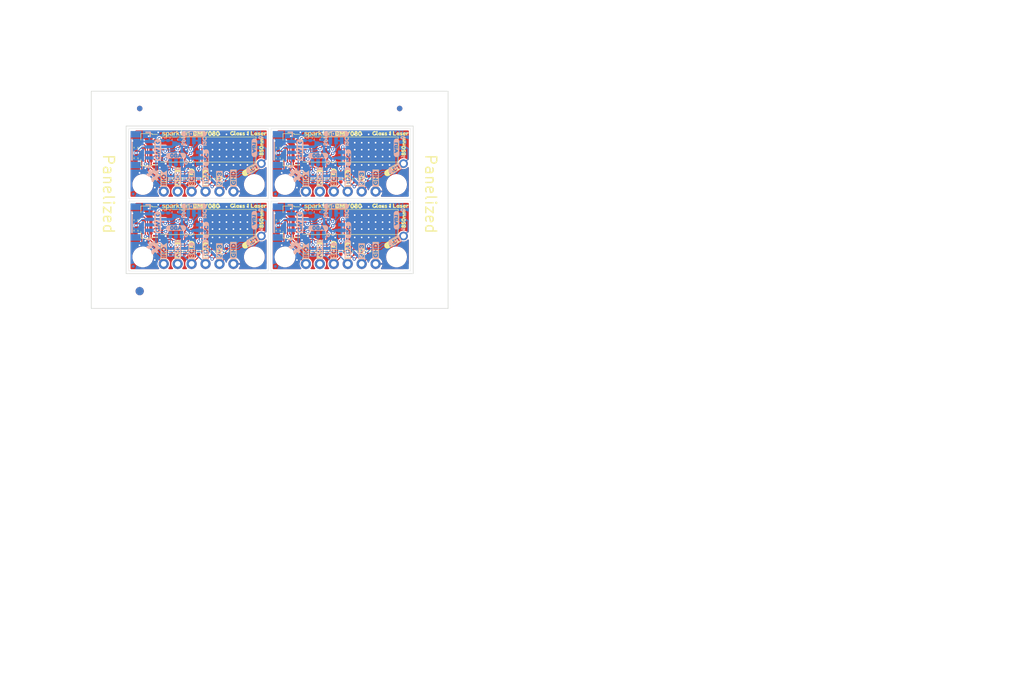
<source format=kicad_pcb>
(kicad_pcb (version 20240108) (generator "pcbnew") (generator_version "8.0")
  (title_block (title "SparkFun Particulate Matter Sensor - BMV080") (date "2024-08-20") (rev "v01") (company "SparkFun Electronics") (comment 1 "Designed by: Pete Lewis"))
  (layers (0 "F.Cu" signal) (31 "B.Cu" signal) (34 "B.Paste" user) (35 "F.Paste" user) (36 "B.SilkS" user "B.Silkscreen") (37 "F.SilkS" user "F.Silkscreen") (38 "B.Mask" user) (39 "F.Mask" user) (44 "Edge.Cuts" user))
  (net 0 "")
  (net 2 "AB0")
  (net 3 "GND")
  (net 4 "Net-(JP1-C)")
  (net 5 "AB1")
  (net 6 "Net-(JP1-A)")
  (net 7 "Net-(JP2-A)")
  (net 8 "SDA")
  (net 9 "SCL")
  (net 10 "3.3V")
  (net 11 "IRQ")
  (net 14 "Net-(JP3-A)")
  (net 15 "Net-(JP4-A)")
  (net 16 "Net-(JP4-B)")
  (footprint "SparkFun-Hardware:Standoff" (layer "F.Cu") (at 119.38 100.33 90)
    (property "Reference" "ST1")
    (property "Value" "Standoff")
  )
  (footprint "SparkFun-Hardware:Standoff" (layer "F.Cu") (at 145.28 100.33 90)
    (property "Reference" "ST1")
    (property "Value" "Standoff")
  )
  (footprint "SparkFun-Hardware:Standoff" (layer "F.Cu") (at 119.38 87.13 90)
    (property "Reference" "ST1")
    (property "Value" "Standoff")
  )
  (footprint "SparkFun-Hardware:Standoff" (layer "F.Cu") (at 145.28 87.13 90)
    (property "Reference" "ST1")
    (property "Value" "Standoff")
  )
  (footprint "Fiducial_1mm_Mask3mm" (layer "F.Cu") (at 166.165 73.27)
    (property "Reference" "")
    (property "Value" "")
  )
  (footprint "kibuzzard-66BFC045" (layer "F.Cu") (at 123.19 99.26 90)
    (property "Reference" "kibuzzard-66BFC045" (hide yes))
    (property "Value" "G***" (hide yes))
  )
  (footprint "kibuzzard-66BFC045" (layer "F.Cu") (at 123.19 86.06 90)
    (property "Reference" "kibuzzard-66BFC045" (hide yes))
    (property "Value" "G***" (hide yes))
  )
  (footprint "kibuzzard-66BFC045" (layer "F.Cu") (at 149.09 99.26 90)
    (property "Reference" "kibuzzard-66BFC045" (hide yes))
    (property "Value" "G***" (hide yes))
  )
  (footprint "kibuzzard-66BFC045" (layer "F.Cu") (at 149.09 86.06 90)
    (property "Reference" "kibuzzard-66BFC045" (hide yes))
    (property "Value" "G***" (hide yes))
  )
  (footprint "kibuzzard-66BFC29E" (layer "F.Cu") (at 138.945735 97.714266 30)
    (property "Reference" "kibuzzard-66BFC29E" (hide yes))
    (property "Value" "G***" (hide yes))
  )
  (footprint "kibuzzard-66BFC29E" (layer "F.Cu") (at 164.845735 84.514266 30)
    (property "Reference" "kibuzzard-66BFC29E" (hide yes))
    (property "Value" "G***" (hide yes))
  )
  (footprint "kibuzzard-66BFC29E" (layer "F.Cu") (at 138.945735 84.514266 30)
    (property "Reference" "kibuzzard-66BFC29E" (hide yes))
    (property "Value" "G***" (hide yes))
  )
  (footprint "kibuzzard-66BFC29E" (layer "F.Cu") (at 164.845735 97.714266 30)
    (property "Reference" "kibuzzard-66BFC29E" (hide yes))
    (property "Value" "G***" (hide yes))
  )
  (footprint "kibuzzard-66BFBF23" (layer "F.Cu") (at 130.789553 98.96 90)
    (property "Reference" "kibuzzard-66BFBF23" (hide yes))
    (property "Value" "G***" (hide yes))
  )
  (footprint "kibuzzard-66BFBF23" (layer "F.Cu") (at 130.789553 85.76 90)
    (property "Reference" "kibuzzard-66BFBF23" (hide yes))
    (property "Value" "G***" (hide yes))
  )
  (footprint "kibuzzard-66BFBF23" (layer "F.Cu") (at 156.689553 98.96 90)
    (property "Reference" "kibuzzard-66BFBF23" (hide yes))
    (property "Value" "G***" (hide yes))
  )
  (footprint "kibuzzard-66BFBF23" (layer "F.Cu") (at 156.689553 85.76 90)
    (property "Reference" "kibuzzard-66BFBF23" (hide yes))
    (property "Value" "G***" (hide yes))
  )
  (footprint "SparkFun-Resistor:R_0402_1005Metric" (layer "F.Cu") (at 127 99.31 90)
    (property "Reference" "R1")
    (property "Value" "10k")
  )
  (footprint "SparkFun-Resistor:R_0402_1005Metric" (layer "F.Cu") (at 152.9 99.31 90)
    (property "Reference" "R1")
    (property "Value" "10k")
  )
  (footprint "SparkFun-Resistor:R_0402_1005Metric" (layer "F.Cu") (at 152.9 86.11 90)
    (property "Reference" "R1")
    (property "Value" "10k")
  )
  (footprint "SparkFun-Resistor:R_0402_1005Metric" (layer "F.Cu") (at 127 86.11 90)
    (property "Reference" "R1")
    (property "Value" "10k")
  )
  (footprint "SparkFun-Resistor:R_0402_1005Metric" (layer "F.Cu") (at 124.46 99.31 90)
    (property "Reference" "R2")
    (property "Value" "10k")
  )
  (footprint "SparkFun-Resistor:R_0402_1005Metric" (layer "F.Cu") (at 150.36 99.31 90)
    (property "Reference" "R2")
    (property "Value" "10k")
  )
  (footprint "SparkFun-Resistor:R_0402_1005Metric" (layer "F.Cu") (at 150.36 86.11 90)
    (property "Reference" "R2")
    (property "Value" "10k")
  )
  (footprint "SparkFun-Resistor:R_0402_1005Metric" (layer "F.Cu") (at 124.46 86.11 90)
    (property "Reference" "R2")
    (property "Value" "10k")
  )
  (footprint "SparkFun-Connector:1x01" (layer "F.Cu") (at 140.97 96.52)
    (property "Reference" "J4")
    (property "Value" "Conn_01x01")
  )
  (footprint "SparkFun-Connector:1x01" (layer "F.Cu") (at 166.87 96.52)
    (property "Reference" "J4")
    (property "Value" "Conn_01x01")
  )
  (footprint "SparkFun-Connector:1x01" (layer "F.Cu") (at 166.87 83.32)
    (property "Reference" "J4")
    (property "Value" "Conn_01x01")
  )
  (footprint "SparkFun-Connector:1x01" (layer "F.Cu") (at 140.97 83.32)
    (property "Reference" "J4")
    (property "Value" "Conn_01x01")
  )
  (footprint "kibuzzard-66BFC288" (layer "F.Cu") (at 125.73 98.98 90)
    (property "Reference" "kibuzzard-66BFC288" (hide yes))
    (property "Value" "G***" (hide yes))
  )
  (footprint "kibuzzard-66BFC288" (layer "F.Cu") (at 125.73 85.78 90)
    (property "Reference" "kibuzzard-66BFC288" (hide yes))
    (property "Value" "G***" (hide yes))
  )
  (footprint "kibuzzard-66BFC288" (layer "F.Cu") (at 151.63 98.98 90)
    (property "Reference" "kibuzzard-66BFC288" (hide yes))
    (property "Value" "G***" (hide yes))
  )
  (footprint "kibuzzard-66BFC288" (layer "F.Cu") (at 151.63 85.78 90)
    (property "Reference" "kibuzzard-66BFC288" (hide yes))
    (property "Value" "G***" (hide yes))
  )
  (footprint "SparkFun-Resistor:R_0402_1005Metric" (layer "F.Cu") (at 134.62 99.31 90)
    (property "Reference" "R4")
    (property "Value" "10k")
  )
  (footprint "SparkFun-Resistor:R_0402_1005Metric" (layer "F.Cu") (at 160.52 86.11 90)
    (property "Reference" "R4")
    (property "Value" "10k")
  )
  (footprint "SparkFun-Resistor:R_0402_1005Metric" (layer "F.Cu") (at 134.62 86.11 90)
    (property "Reference" "R4")
    (property "Value" "10k")
  )
  (footprint "SparkFun-Resistor:R_0402_1005Metric" (layer "F.Cu") (at 160.52 99.31 90)
    (property "Reference" "R4")
    (property "Value" "10k")
  )
  (footprint "kibuzzard-66BFBF70" (layer "F.Cu") (at 135.891634 99.173832 90)
    (property "Reference" "kibuzzard-66BFBF70" (hide yes))
    (property "Value" "G***" (hide yes))
  )
  (footprint "kibuzzard-66BFBF70" (layer "F.Cu") (at 135.891634 85.973832 90)
    (property "Reference" "kibuzzard-66BFBF70" (hide yes))
    (property "Value" "G***" (hide yes))
  )
  (footprint "kibuzzard-66BFBF70" (layer "F.Cu") (at 161.791634 99.173832 90)
    (property "Reference" "kibuzzard-66BFBF70" (hide yes))
    (property "Value" "G***" (hide yes))
  )
  (footprint "kibuzzard-66BFBF70" (layer "F.Cu") (at 161.791634 85.973832 90)
    (property "Reference" "kibuzzard-66BFBF70" (hide yes))
    (property "Value" "G***" (hide yes))
  )
  (footprint "kibuzzard-66BFBF9D" (layer "F.Cu") (at 133.333261 99.285506 90)
    (property "Reference" "kibuzzard-66BFBF9D" (hide yes))
    (property "Value" "G***" (hide yes))
  )
  (footprint "kibuzzard-66BFBF9D" (layer "F.Cu") (at 133.333261 86.085506 90)
    (property "Reference" "kibuzzard-66BFBF9D" (hide yes))
    (property "Value" "G***" (hide yes))
  )
  (footprint "kibuzzard-66BFBF9D" (layer "F.Cu") (at 159.233261 86.085506 90)
    (property "Reference" "kibuzzard-66BFBF9D" (hide yes))
    (property "Value" "G***" (hide yes))
  )
  (footprint "kibuzzard-66BFBF9D" (layer "F.Cu") (at 159.233261 99.285506 90)
    (property "Reference" "kibuzzard-66BFBF9D" (hide yes))
    (property "Value" "G***" (hide yes))
  )
  (footprint "SparkFun-Capacitor:C_0402_1005Metric" (layer "F.Cu") (at 118.14 93.62 90)
    (property "Reference" "C1")
    (property "Value" "2.2uF")
  )
  (footprint "SparkFun-Capacitor:C_0402_1005Metric" (layer "F.Cu") (at 118.14 80.42 90)
    (property "Reference" "C1")
    (property "Value" "2.2uF")
  )
  (footprint "SparkFun-Capacitor:C_0402_1005Metric" (layer "F.Cu") (at 144.04 80.42 90)
    (property "Reference" "C1")
    (property "Value" "2.2uF")
  )
  (footprint "SparkFun-Capacitor:C_0402_1005Metric" (layer "F.Cu") (at 144.04 93.62 90)
    (property "Reference" "C1")
    (property "Value" "2.2uF")
  )
  (footprint "kibuzzard-66C7A36E" (layer "F.Cu") (at 128.266052 99.0665 90)
    (property "Reference" "kibuzzard-66C7A36E" (hide yes))
    (property "Value" "G***" (hide yes))
  )
  (footprint "kibuzzard-66C7A36E" (layer "F.Cu") (at 128.266052 85.8665 90)
    (property "Reference" "kibuzzard-66C7A36E" (hide yes))
    (property "Value" "G***" (hide yes))
  )
  (footprint "kibuzzard-66C7A36E" (layer "F.Cu") (at 154.166052 99.0665 90)
    (property "Reference" "kibuzzard-66C7A36E" (hide yes))
    (property "Value" "G***" (hide yes))
  )
  (footprint "kibuzzard-66C7A36E" (layer "F.Cu") (at 154.166052 85.8665 90)
    (property "Reference" "kibuzzard-66C7A36E" (hide yes))
    (property "Value" "G***" (hide yes))
  )
  (footprint "kibuzzard-66C4B812" (layer "F.Cu") (at 138.589671 90.986214)
    (property "Reference" "kibuzzard-66C4B812" (hide yes))
    (property "Value" "G***" (hide yes))
  )
  (footprint "kibuzzard-66C4B812" (layer "F.Cu") (at 138.589671 77.786214)
    (property "Reference" "kibuzzard-66C4B812" (hide yes))
    (property "Value" "G***" (hide yes))
  )
  (footprint "kibuzzard-66C4B812" (layer "F.Cu") (at 164.489671 90.986214)
    (property "Reference" "kibuzzard-66C4B812" (hide yes))
    (property "Value" "G***" (hide yes))
  )
  (footprint "kibuzzard-66C4B812" (layer "F.Cu") (at 164.489671 77.786214)
    (property "Reference" "kibuzzard-66C4B812" (hide yes))
    (property "Value" "G***" (hide yes))
  )
  (footprint "SparkFun-Resistor:R_0402_1005Metric" (layer "F.Cu") (at 132.11 99.31 90)
    (property "Reference" "R5")
    (property "Value" "2.2k")
  )
  (footprint "SparkFun-Resistor:R_0402_1005Metric" (layer "F.Cu") (at 158.01 99.31 90)
    (property "Reference" "R5")
    (property "Value" "2.2k")
  )
  (footprint "SparkFun-Resistor:R_0402_1005Metric" (layer "F.Cu") (at 132.11 86.11 90)
    (property "Reference" "R5")
    (property "Value" "2.2k")
  )
  (footprint "SparkFun-Resistor:R_0402_1005Metric" (layer "F.Cu") (at 158.01 86.11 90)
    (property "Reference" "R5")
    (property "Value" "2.2k")
  )
  (footprint "SparkFun-Aesthetic:Fiducial_0.5mm_Mask1mm" (layer "F.Cu") (at 141.42 102.06 90)
    (property "Reference" "FID2")
    (property "Value" "Fiducial_0.5mm")
  )
  (footprint "SparkFun-Aesthetic:Fiducial_0.5mm_Mask1mm" (layer "F.Cu") (at 141.42 88.86 90)
    (property "Reference" "FID2")
    (property "Value" "Fiducial_0.5mm")
  )
  (footprint "SparkFun-Aesthetic:Fiducial_0.5mm_Mask1mm" (layer "F.Cu") (at 167.32 102.06 90)
    (property "Reference" "FID2")
    (property "Value" "Fiducial_0.5mm")
  )
  (footprint "SparkFun-Aesthetic:Fiducial_0.5mm_Mask1mm" (layer "F.Cu") (at 167.32 88.86 90)
    (property "Reference" "FID2")
    (property "Value" "Fiducial_0.5mm")
  )
  (footprint "Fiducial_1.5mm_Mask3mm" (layer "F.Cu") (at 118.815 106.57)
    (property "Reference" "")
    (property "Value" "")
  )
  (footprint "Fiducial_1mm_Mask3mm" (layer "F.Cu") (at 118.815 73.27)
    (property "Reference" "")
    (property "Value" "")
  )
  (footprint "kibuzzard-66BFB450" (layer "F.Cu") (at 130.958943 91.04277)
    (property "Reference" "kibuzzard-66BFB450" (hide yes))
    (property "Value" "G***" (hide yes))
  )
  (footprint "kibuzzard-66BFB450" (layer "F.Cu") (at 130.958943 77.84277)
    (property "Reference" "kibuzzard-66BFB450" (hide yes))
    (property "Value" "G***" (hide yes))
  )
  (footprint "kibuzzard-66BFB450" (layer "F.Cu") (at 156.858943 91.04277)
    (property "Reference" "kibuzzard-66BFB450" (hide yes))
    (property "Value" "G***" (hide yes))
  )
  (footprint "kibuzzard-66BFB450" (layer "F.Cu") (at 156.858943 77.84277)
    (property "Reference" "kibuzzard-66BFB450" (hide yes))
    (property "Value" "G***" (hide yes))
  )
  (footprint "BMV080:FPC_0.3mm-13_molex_503566-1302" (layer "F.Cu") (at 120.45 93.98 90)
    (property "Reference" "U1")
    (property "Value" "BMV080")
  )
  (footprint "BMV080:FPC_0.3mm-13_molex_503566-1302" (layer "F.Cu") (at 120.45 80.78 90)
    (property "Reference" "U1")
    (property "Value" "BMV080")
  )
  (footprint "BMV080:FPC_0.3mm-13_molex_503566-1302" (layer "F.Cu") (at 146.35 93.98 90)
    (property "Reference" "U1")
    (property "Value" "BMV080")
  )
  (footprint "BMV080:FPC_0.3mm-13_molex_503566-1302" (layer "F.Cu") (at 146.35 80.78 90)
    (property "Reference" "U1")
    (property "Value" "BMV080")
  )
  (footprint "SparkFun-Aesthetic:SparkFun_Logo_NoFlame_5mm" (layer "F.Cu") (at 125.40157 91.084089)
    (property "Reference" "G***" (hide yes))
    (property "Value" "LOGO" (hide yes))
  )
  (footprint "SparkFun-Aesthetic:SparkFun_Logo_NoFlame_5mm" (layer "F.Cu") (at 151.30157 91.084089)
    (property "Reference" "G***" (hide yes))
    (property "Value" "LOGO" (hide yes))
  )
  (footprint "SparkFun-Aesthetic:SparkFun_Logo_NoFlame_5mm" (layer "F.Cu") (at 125.40157 77.884089)
    (property "Reference" "G***" (hide yes))
    (property "Value" "LOGO" (hide yes))
  )
  (footprint "SparkFun-Aesthetic:SparkFun_Logo_NoFlame_5mm" (layer "F.Cu") (at 151.30157 77.884089)
    (property "Reference" "G***" (hide yes))
    (property "Value" "LOGO" (hide yes))
  )
  (footprint "SparkFun-Aesthetic:Fiducial_0.5mm_Mask1mm" (layer "F.Cu") (at 117.64 90.97 90)
    (property "Reference" "FID4")
    (property "Value" "Fiducial_0.5mm")
  )
  (footprint "SparkFun-Aesthetic:Fiducial_0.5mm_Mask1mm" (layer "F.Cu") (at 143.54 77.77 90)
    (property "Reference" "FID4")
    (property "Value" "Fiducial_0.5mm")
  )
  (footprint "SparkFun-Aesthetic:Fiducial_0.5mm_Mask1mm" (layer "F.Cu") (at 117.64 77.77 90)
    (property "Reference" "FID4")
    (property "Value" "Fiducial_0.5mm")
  )
  (footprint "SparkFun-Aesthetic:Fiducial_0.5mm_Mask1mm" (layer "F.Cu") (at 143.54 90.97 90)
    (property "Reference" "FID4")
    (property "Value" "Fiducial_0.5mm")
  )
  (footprint "SparkFun-Resistor:R_0402_1005Metric" (layer "F.Cu") (at 129.54 99.31 90)
    (property "Reference" "R3")
    (property "Value" "2.2k")
  )
  (footprint "SparkFun-Resistor:R_0402_1005Metric" (layer "F.Cu") (at 155.44 99.31 90)
    (property "Reference" "R3")
    (property "Value" "2.2k")
  )
  (footprint "SparkFun-Resistor:R_0402_1005Metric" (layer "F.Cu") (at 155.44 86.11 90)
    (property "Reference" "R3")
    (property "Value" "2.2k")
  )
  (footprint "SparkFun-Resistor:R_0402_1005Metric" (layer "F.Cu") (at 129.54 86.11 90)
    (property "Reference" "R3")
    (property "Value" "2.2k")
  )
  (footprint "kibuzzard-66C4B81D" (layer "F.Cu") (at 140.98 93.4 90)
    (property "Reference" "kibuzzard-66C4B81D" (hide yes))
    (property "Value" "G***" (hide yes))
  )
  (footprint "kibuzzard-66C4B81D" (layer "F.Cu") (at 140.98 80.2 90)
    (property "Reference" "kibuzzard-66C4B81D" (hide yes))
    (property "Value" "G***" (hide yes))
  )
  (footprint "kibuzzard-66C4B81D" (layer "F.Cu") (at 166.88 93.4 90)
    (property "Reference" "kibuzzard-66C4B81D" (hide yes))
    (property "Value" "G***" (hide yes))
  )
  (footprint "kibuzzard-66C4B81D" (layer "F.Cu") (at 166.88 80.2 90)
    (property "Reference" "kibuzzard-66C4B81D" (hide yes))
    (property "Value" "G***" (hide yes))
  )
  (footprint "SparkFun-Hardware:Standoff" (layer "F.Cu") (at 139.7 100.33 90)
    (property "Reference" "ST2")
    (property "Value" "Standoff")
  )
  (footprint "SparkFun-Hardware:Standoff" (layer "F.Cu") (at 165.6 100.33 90)
    (property "Reference" "ST2")
    (property "Value" "Standoff")
  )
  (footprint "SparkFun-Hardware:Standoff" (layer "F.Cu") (at 139.7 87.13 90)
    (property "Reference" "ST2")
    (property "Value" "Standoff")
  )
  (footprint "SparkFun-Hardware:Standoff" (layer "F.Cu") (at 165.6 87.13 90)
    (property "Reference" "ST2")
    (property "Value" "Standoff")
  )
  (footprint "SparkFun-Capacitor:C_0402_1005Metric" (layer "F.Cu") (at 118.14 95.54 -90)
    (property "Reference" "C2")
    (property "Value" "2.2uF")
  )
  (footprint "SparkFun-Capacitor:C_0402_1005Metric" (layer "F.Cu") (at 118.14 82.34 -90)
    (property "Reference" "C2")
    (property "Value" "2.2uF")
  )
  (footprint "SparkFun-Capacitor:C_0402_1005Metric" (layer "F.Cu") (at 144.04 82.34 -90)
    (property "Reference" "C2")
    (property "Value" "2.2uF")
  )
  (footprint "SparkFun-Capacitor:C_0402_1005Metric" (layer "F.Cu") (at 144.04 95.54 -90)
    (property "Reference" "C2")
    (property "Value" "2.2uF")
  )
  (footprint "SparkFun-Aesthetic:Creative_Commons_License" (layer "F.Cu") (at 144.78 134.62)
    (property "Reference" "G1" (hide yes))
    (property "Value" "OSHW_Logo" (hide yes))
  )
  (footprint "SparkFun-Capacitor:C_0402_1005Metric" (layer "B.Cu") (at 123.98 91.84 90)
    (property "Reference" "C3")
    (property "Value" "2.2uF")
  )
  (footprint "SparkFun-Capacitor:C_0402_1005Metric" (layer "B.Cu") (at 123.98 78.64 90)
    (property "Reference" "C3")
    (property "Value" "2.2uF")
  )
  (footprint "SparkFun-Capacitor:C_0402_1005Metric" (layer "B.Cu") (at 149.88 78.64 90)
    (property "Reference" "C3")
    (property "Value" "2.2uF")
  )
  (footprint "SparkFun-Capacitor:C_0402_1005Metric" (layer "B.Cu") (at 149.88 91.84 90)
    (property "Reference" "C3")
    (property "Value" "2.2uF")
  )
  (footprint "kibuzzard-66C3B2DA" (layer "B.Cu") (at 125.45 95.06 180)
    (property "Reference" "kibuzzard-66C3B2DA" (hide yes))
    (property "Value" "G***" (hide yes))
  )
  (footprint "kibuzzard-66C3B2DA" (layer "B.Cu") (at 151.35 95.06 180)
    (property "Reference" "kibuzzard-66C3B2DA" (hide yes))
    (property "Value" "G***" (hide yes))
  )
  (footprint "kibuzzard-66C3B2DA" (layer "B.Cu") (at 125.45 81.86 180)
    (property "Reference" "kibuzzard-66C3B2DA" (hide yes))
    (property "Value" "G***" (hide yes))
  )
  (footprint "kibuzzard-66C3B2DA" (layer "B.Cu") (at 151.35 81.86 180)
    (property "Reference" "kibuzzard-66C3B2DA" (hide yes))
    (property "Value" "G***" (hide yes))
  )
  (footprint "kibuzzard-66BFBF9D" (layer "B.Cu") (at 133.336155 99.284783 90)
    (property "Reference" "kibuzzard-66BFBF9D" (hide yes))
    (property "Value" "G***" (hide yes))
  )
  (footprint "kibuzzard-66BFBF9D" (layer "B.Cu") (at 159.236155 99.284783 90)
    (property "Reference" "kibuzzard-66BFBF9D" (hide yes))
    (property "Value" "G***" (hide yes))
  )
  (footprint "kibuzzard-66BFBF9D" (layer "B.Cu") (at 133.336155 86.084783 90)
    (property "Reference" "kibuzzard-66BFBF9D" (hide yes))
    (property "Value" "G***" (hide yes))
  )
  (footprint "kibuzzard-66BFBF9D" (layer "B.Cu") (at 159.236155 86.084783 90)
    (property "Reference" "kibuzzard-66BFBF9D" (hide yes))
    (property "Value" "G***" (hide yes))
  )
  (footprint "kibuzzard-66BFC108" (layer "B.Cu") (at 125.739668 98.903639 90)
    (property "Reference" "kibuzzard-66BFC108" (hide yes))
    (property "Value" "G***" (hide yes))
  )
  (footprint "kibuzzard-66BFC108" (layer "B.Cu") (at 151.639668 98.903639 90)
    (property "Reference" "kibuzzard-66BFC108" (hide yes))
    (property "Value" "G***" (hide yes))
  )
  (footprint "kibuzzard-66BFC108" (layer "B.Cu") (at 151.639668 85.703639 90)
    (property "Reference" "kibuzzard-66BFC108" (hide yes))
    (property "Value" "G***" (hide yes))
  )
  (footprint "kibuzzard-66BFC108" (layer "B.Cu") (at 125.739668 85.703639 90)
    (property "Reference" "kibuzzard-66BFC108" (hide yes))
    (property "Value" "G***" (hide yes))
  )
  (footprint "SparkFun-Jumper:Jumper_3_NC-1_Trace_NoSilk" (layer "B.Cu") (at 140.87 93.63 90)
    (property "Reference" "JP3")
    (property "Value" "AB1")
  )
  (footprint "SparkFun-Jumper:Jumper_3_NC-1_Trace_NoSilk" (layer "B.Cu") (at 140.87 80.43 90)
    (property "Reference" "JP3")
    (property "Value" "AB1")
  )
  (footprint "SparkFun-Jumper:Jumper_3_NC-1_Trace_NoSilk" (layer "B.Cu") (at 166.77 80.43 90)
    (property "Reference" "JP3")
    (property "Value" "AB1")
  )
  (footprint "SparkFun-Jumper:Jumper_3_NC-1_Trace_NoSilk" (layer "B.Cu") (at 166.77 93.63 90)
    (property "Reference" "JP3")
    (property "Value" "AB1")
  )
  (footprint "kibuzzard-66C3B30A" (layer "B.Cu") (at 123.69 96.31 180)
    (property "Reference" "kibuzzard-66C3B30A" (hide yes))
    (property "Value" "G***" (hide yes))
  )
  (footprint "kibuzzard-66C3B30A" (layer "B.Cu") (at 149.59 96.31 180)
    (property "Reference" "kibuzzard-66C3B30A" (hide yes))
    (property "Value" "G***" (hide yes))
  )
  (footprint "kibuzzard-66C3B30A" (layer "B.Cu") (at 123.69 83.11 180)
    (property "Reference" "kibuzzard-66C3B30A" (hide yes))
    (property "Value" "G***" (hide yes))
  )
  (footprint "kibuzzard-66C3B30A" (layer "B.Cu") (at 149.59 83.11 180)
    (property "Reference" "kibuzzard-66C3B30A" (hide yes))
    (property "Value" "G***" (hide yes))
  )
  (footprint "kibuzzard-66C3B30A" (layer "B.Cu") (at 140.89 95.33 90)
    (property "Reference" "kibuzzard-66C3B30A" (hide yes))
    (property "Value" "G***" (hide yes))
  )
  (footprint "kibuzzard-66C3B30A" (layer "B.Cu") (at 140.89 82.13 90)
    (property "Reference" "kibuzzard-66C3B30A" (hide yes))
    (property "Value" "G***" (hide yes))
  )
  (footprint "kibuzzard-66C3B30A" (layer "B.Cu") (at 166.79 95.33 90)
    (property "Reference" "kibuzzard-66C3B30A" (hide yes))
    (property "Value" "G***" (hide yes))
  )
  (footprint "kibuzzard-66C3B30A" (layer "B.Cu") (at 166.79 82.13 90)
    (property "Reference" "kibuzzard-66C3B30A" (hide yes))
    (property "Value" "G***" (hide yes))
  )
  (footprint "SparkFun-Aesthetic:OSHW_Logo_2.5mm" (layer "B.Cu") (at 121.286336 98.620745 130)
    (property "Reference" "Ref**" (hide yes))
    (property "Value" "Val**" (hide yes))
  )
  (footprint "SparkFun-Aesthetic:OSHW_Logo_2.5mm" (layer "B.Cu") (at 121.286336 85.420745 130)
    (property "Reference" "Ref**" (hide yes))
    (property "Value" "Val**" (hide yes))
  )
  (footprint "SparkFun-Aesthetic:OSHW_Logo_2.5mm" (layer "B.Cu") (at 147.186336 98.620745 130)
    (property "Reference" "Ref**" (hide yes))
    (property "Value" "Val**" (hide yes))
  )
  (footprint "SparkFun-Aesthetic:OSHW_Logo_2.5mm" (layer "B.Cu") (at 147.186336 85.420745 130)
    (property "Reference" "Ref**" (hide yes))
    (property "Value" "Val**" (hide yes))
  )
  (footprint "kibuzzard-66C77290" (layer "B.Cu") (at 139.297136 97.465244 -150)
    (property "Reference" "kibuzzard-66C77290" (hide yes))
    (property "Value" "G***" (hide yes))
  )
  (footprint "kibuzzard-66C77290" (layer "B.Cu") (at 139.297136 84.265244 -150)
    (property "Reference" "kibuzzard-66C77290" (hide yes))
    (property "Value" "G***" (hide yes))
  )
  (footprint "kibuzzard-66C77290" (layer "B.Cu") (at 165.197136 84.265244 -150)
    (property "Reference" "kibuzzard-66C77290" (hide yes))
    (property "Value" "G***" (hide yes))
  )
  (footprint "kibuzzard-66C77290" (layer "B.Cu") (at 165.197136 97.465244 -150)
    (property "Reference" "kibuzzard-66C77290" (hide yes))
    (property "Value" "G***" (hide yes))
  )
  (footprint "SparkFun-Connector:JST_SMD_1.0mm-4_Vertical" (layer "B.Cu") (at 119.0635 93.98 -90)
    (property "Reference" "J2")
    (property "Value" "Qwiic_Vertical")
  )
  (footprint "SparkFun-Connector:JST_SMD_1.0mm-4_Vertical" (layer "B.Cu") (at 144.9635 93.98 -90)
    (property "Reference" "J2")
    (property "Value" "Qwiic_Vertical")
  )
  (footprint "SparkFun-Connector:JST_SMD_1.0mm-4_Vertical" (layer "B.Cu") (at 144.9635 80.78 -90)
    (property "Reference" "J2")
    (property "Value" "Qwiic_Vertical")
  )
  (footprint "SparkFun-Connector:JST_SMD_1.0mm-4_Vertical" (layer "B.Cu") (at 119.0635 80.78 -90)
    (property "Reference" "J2")
    (property "Value" "Qwiic_Vertical")
  )
  (footprint "SparkFun-Jumper:Jumper_3_NC-1_Trace_NoSilk" (layer "B.Cu") (at 125.41 96.31)
    (property "Reference" "JP2")
    (property "Value" "AB0")
  )
  (footprint "SparkFun-Jumper:Jumper_3_NC-1_Trace_NoSilk" (layer "B.Cu") (at 151.31 83.11)
    (property "Reference" "JP2")
    (property "Value" "AB0")
  )
  (footprint "SparkFun-Jumper:Jumper_3_NC-1_Trace_NoSilk" (layer "B.Cu") (at 151.31 96.31)
    (property "Reference" "JP2")
    (property "Value" "AB0")
  )
  (footprint "SparkFun-Jumper:Jumper_3_NC-1_Trace_NoSilk" (layer "B.Cu") (at 125.41 83.11)
    (property "Reference" "JP2")
    (property "Value" "AB0")
  )
  (footprint "SparkFun-Jumper:Jumper_3_NC-1_Trace_NoSilk" (layer "B.Cu") (at 128.68 92.35 180)
    (property "Reference" "JP1")
    (property "Value" "MODE")
  )
  (footprint "SparkFun-Jumper:Jumper_3_NC-1_Trace_NoSilk" (layer "B.Cu") (at 128.68 79.15 180)
    (property "Reference" "JP1")
    (property "Value" "MODE")
  )
  (footprint "SparkFun-Jumper:Jumper_3_NC-1_Trace_NoSilk" (layer "B.Cu") (at 154.58 92.35 180)
    (property "Reference" "JP1")
    (property "Value" "MODE")
  )
  (footprint "SparkFun-Jumper:Jumper_3_NC-1_Trace_NoSilk" (layer "B.Cu") (at 154.58 79.15 180)
    (property "Reference" "JP1")
    (property "Value" "MODE")
  )
  (footprint "kibuzzard-66BFBF70" (layer "B.Cu") (at 135.888871 99.175596 90)
    (property "Reference" "kibuzzard-66BFBF70" (hide yes))
    (property "Value" "G***" (hide yes))
  )
  (footprint "kibuzzard-66BFBF70" (layer "B.Cu") (at 135.888871 85.975596 90)
    (property "Reference" "kibuzzard-66BFBF70" (hide yes))
    (property "Value" "G***" (hide yes))
  )
  (footprint "kibuzzard-66BFBF70" (layer "B.Cu") (at 161.788871 99.175596 90)
    (property "Reference" "kibuzzard-66BFBF70" (hide yes))
    (property "Value" "G***" (hide yes))
  )
  (footprint "kibuzzard-66BFBF70" (layer "B.Cu") (at 161.788871 85.975596 90)
    (property "Reference" "kibuzzard-66BFBF70" (hide yes))
    (property "Value" "G***" (hide yes))
  )
  (footprint "SparkFun-Capacitor:C_0603_1608Metric" (layer "B.Cu") (at 125.22 92.13 90)
    (property "Reference" "C5")
    (property "Value" "10uF")
  )
  (footprint "SparkFun-Capacitor:C_0603_1608Metric" (layer "B.Cu") (at 151.12 92.13 90)
    (property "Reference" "C5")
    (property "Value" "10uF")
  )
  (footprint "SparkFun-Capacitor:C_0603_1608Metric" (layer "B.Cu") (at 151.12 78.93 90)
    (property "Reference" "C5")
    (property "Value" "10uF")
  )
  (footprint "SparkFun-Capacitor:C_0603_1608Metric" (layer "B.Cu") (at 125.22 78.93 90)
    (property "Reference" "C5")
    (property "Value" "10uF")
  )
  (footprint "SparkFun-Aesthetic:qwiic_4mm" (layer "B.Cu") (at 122.11 94.04 90)
    (property "Reference" "G***" (hide yes))
    (property "Value" "LOGO" (hide yes))
  )
  (footprint "SparkFun-Aesthetic:qwiic_4mm" (layer "B.Cu") (at 148.01 94.04 90)
    (property "Reference" "G***" (hide yes))
    (property "Value" "LOGO" (hide yes))
  )
  (footprint "SparkFun-Aesthetic:qwiic_4mm" (layer "B.Cu") (at 122.11 80.84 90)
    (property "Reference" "G***" (hide yes))
    (property "Value" "LOGO" (hide yes))
  )
  (footprint "SparkFun-Aesthetic:qwiic_4mm" (layer "B.Cu") (at 148.01 80.84 90)
    (property "Reference" "G***" (hide yes))
    (property "Value" "LOGO" (hide yes))
  )
  (footprint "kibuzzard-66C3B3D3" (layer "B.Cu") (at 130.62 92.47 90)
    (property "Reference" "kibuzzard-66C3B3D3" (hide yes))
    (property "Value" "G***" (hide yes))
  )
  (footprint "kibuzzard-66C3B3D3" (layer "B.Cu") (at 130.62 79.27 90)
    (property "Reference" "kibuzzard-66C3B3D3" (hide yes))
    (property "Value" "G***" (hide yes))
  )
  (footprint "kibuzzard-66C3B3D3" (layer "B.Cu") (at 156.52 79.27 90)
    (property "Reference" "kibuzzard-66C3B3D3" (hide yes))
    (property "Value" "G***" (hide yes))
  )
  (footprint "kibuzzard-66C3B3D3" (layer "B.Cu") (at 156.52 92.47 90)
    (property "Reference" "kibuzzard-66C3B3D3" (hide yes))
    (property "Value" "G***" (hide yes))
  )
  (footprint "Fiducial_1.5mm_Mask3mm" (layer "B.Cu") (at 118.815 106.57)
    (property "Reference" "")
    (property "Value" "")
  )
  (footprint "kibuzzard-66BFC0D2" (layer "B.Cu") (at 130.794436 98.885262 90)
    (property "Reference" "kibuzzard-66BFC0D2" (hide yes))
    (property "Value" "G***" (hide yes))
  )
  (footprint "kibuzzard-66BFC0D2" (layer "B.Cu") (at 130.794436 85.685262 90)
    (property "Reference" "kibuzzard-66BFC0D2" (hide yes))
    (property "Value" "G***" (hide yes))
  )
  (footprint "kibuzzard-66BFC0D2" (layer "B.Cu") (at 156.694436 85.685262 90)
    (property "Reference" "kibuzzard-66BFC0D2" (hide yes))
    (property "Value" "G***" (hide yes))
  )
  (footprint "kibuzzard-66BFC0D2" (layer "B.Cu") (at 156.694436 98.885262 90)
    (property "Reference" "kibuzzard-66BFC0D2" (hide yes))
    (property "Value" "G***" (hide yes))
  )
  (footprint "SparkFun-Jumper:Jumper_3_NC-2_Trace_NoSilk" (layer "B.Cu") (at 129.682243 95.486131 -90)
    (property "Reference" "JP4")
    (property "Value" "I2C")
  )
  (footprint "SparkFun-Jumper:Jumper_3_NC-2_Trace_NoSilk" (layer "B.Cu") (at 155.582243 82.286131 -90)
    (property "Reference" "JP4")
    (property "Value" "I2C")
  )
  (footprint "SparkFun-Jumper:Jumper_3_NC-2_Trace_NoSilk" (layer "B.Cu") (at 129.682243 82.286131 -90)
    (property "Reference" "JP4")
    (property "Value" "I2C")
  )
  (footprint "SparkFun-Jumper:Jumper_3_NC-2_Trace_NoSilk" (layer "B.Cu") (at 155.582243 95.486131 -90)
    (property "Reference" "JP4")
    (property "Value" "I2C")
  )
  (footprint "kibuzzard-66BFC2FE" (layer "B.Cu") (at 128.267246 99.149298 90)
    (property "Reference" "kibuzzard-66BFC2FE" (hide yes))
    (property "Value" "G***" (hide yes))
  )
  (footprint "kibuzzard-66BFC2FE" (layer "B.Cu") (at 154.167246 85.949298 90)
    (property "Reference" "kibuzzard-66BFC2FE" (hide yes))
    (property "Value" "G***" (hide yes))
  )
  (footprint "kibuzzard-66BFC2FE" (layer "B.Cu") (at 128.267246 85.949298 90)
    (property "Reference" "kibuzzard-66BFC2FE" (hide yes))
    (property "Value" "G***" (hide yes))
  )
  (footprint "kibuzzard-66BFC2FE" (layer "B.Cu") (at 154.167246 99.149298 90)
    (property "Reference" "kibuzzard-66BFC2FE" (hide yes))
    (property "Value" "G***" (hide yes))
  )
  (footprint "SparkFun-Aesthetic:Fiducial_0.5mm_Mask1mm" (layer "B.Cu") (at 141.44 90.98 -90)
    (property "Reference" "FID3")
    (property "Value" "Fiducial_0.5mm")
  )
  (footprint "SparkFun-Aesthetic:Fiducial_0.5mm_Mask1mm" (layer "B.Cu") (at 167.34 77.78 -90)
    (property "Reference" "FID3")
    (property "Value" "Fiducial_0.5mm")
  )
  (footprint "SparkFun-Aesthetic:Fiducial_0.5mm_Mask1mm" (layer "B.Cu") (at 167.34 90.98 -90)
    (property "Reference" "FID3")
    (property "Value" "Fiducial_0.5mm")
  )
  (footprint "SparkFun-Aesthetic:Fiducial_0.5mm_Mask1mm" (layer "B.Cu") (at 141.44 77.78 -90)
    (property "Reference" "FID3")
    (property "Value" "Fiducial_0.5mm")
  )
  (footprint "SparkFun-Aesthetic:Fiducial_0.5mm_Mask1mm" (layer "B.Cu") (at 117.63 102.05 -90)
    (property "Reference" "FID1")
    (property "Value" "Fiducial_0.5mm")
  )
  (footprint "SparkFun-Aesthetic:Fiducial_0.5mm_Mask1mm" (layer "B.Cu") (at 143.53 88.85 -90)
    (property "Reference" "FID1")
    (property "Value" "Fiducial_0.5mm")
  )
  (footprint "SparkFun-Aesthetic:Fiducial_0.5mm_Mask1mm" (layer "B.Cu") (at 117.63 88.85 -90)
    (property "Reference" "FID1")
    (property "Value" "Fiducial_0.5mm")
  )
  (footprint "SparkFun-Aesthetic:Fiducial_0.5mm_Mask1mm" (layer "B.Cu") (at 143.53 102.05 -90)
    (property "Reference" "FID1")
    (property "Value" "Fiducial_0.5mm")
  )
  (footprint "kibuzzard-66C3B2FA" (layer "B.Cu") (at 140.84 91.79 -90)
    (property "Reference" "kibuzzard-66C3B2FA" (hide yes))
    (property "Value" "G***" (hide yes))
  )
  (footprint "kibuzzard-66C3B2FA" (layer "B.Cu") (at 166.74 91.79 -90)
    (property "Reference" "kibuzzard-66C3B2FA" (hide yes))
    (property "Value" "G***" (hide yes))
  )
  (footprint "kibuzzard-66C3B2FA" (layer "B.Cu") (at 166.74 78.59 -90)
    (property "Reference" "kibuzzard-66C3B2FA" (hide yes))
    (property "Value" "G***" (hide yes))
  )
  (footprint "kibuzzard-66C3B2FA" (layer "B.Cu") (at 140.84 78.59 -90)
    (property "Reference" "kibuzzard-66C3B2FA" (hide yes))
    (property "Value" "G***" (hide yes))
  )
  (footprint "kibuzzard-66C3B2A1" (layer "B.Cu") (at 128.7 91.09 180)
    (property "Reference" "kibuzzard-66C3B2A1" (hide yes))
    (property "Value" "G***" (hide yes))
  )
  (footprint "kibuzzard-66C3B2A1" (layer "B.Cu") (at 128.7 77.89 180)
    (property "Reference" "kibuzzard-66C3B2A1" (hide yes))
    (property "Value" "G***" (hide yes))
  )
  (footprint "kibuzzard-66C3B2A1" (layer "B.Cu") (at 154.6 91.09 180)
    (property "Reference" "kibuzzard-66C3B2A1" (hide yes))
    (property "Value" "G***" (hide yes))
  )
  (footprint "kibuzzard-66C3B2A1" (layer "B.Cu") (at 154.6 77.89 180)
    (property "Reference" "kibuzzard-66C3B2A1" (hide yes))
    (property "Value" "G***" (hide yes))
  )
  (footprint "SparkFun-Capacitor:C_0402_1005Metric" (layer "B.Cu") (at 123 91.84 90)
    (property "Reference" "C4")
    (property "Value" "2.2uF")
  )
  (footprint "SparkFun-Capacitor:C_0402_1005Metric" (layer "B.Cu") (at 123 78.64 90)
    (property "Reference" "C4")
    (property "Value" "2.2uF")
  )
  (footprint "SparkFun-Capacitor:C_0402_1005Metric" (layer "B.Cu") (at 148.9 78.64 90)
    (property "Reference" "C4")
    (property "Value" "2.2uF")
  )
  (footprint "SparkFun-Capacitor:C_0402_1005Metric" (layer "B.Cu") (at 148.9 91.84 90)
    (property "Reference" "C4")
    (property "Value" "2.2uF")
  )
  (footprint "Fiducial_1mm_Mask3mm" (layer "B.Cu") (at 118.815 73.27)
    (property "Reference" "")
    (property "Value" "")
  )
  (footprint "kibuzzard-66C3B369" (layer "B.Cu") (at 130.92 95.45 90)
    (property "Reference" "kibuzzard-66C3B369" (hide yes))
    (property "Value" "G***" (hide yes))
  )
  (footprint "kibuzzard-66C3B369" (layer "B.Cu") (at 156.82 82.25 90)
    (property "Reference" "kibuzzard-66C3B369" (hide yes))
    (property "Value" "G***" (hide yes))
  )
  (footprint "kibuzzard-66C3B369" (layer "B.Cu") (at 130.92 82.25 90)
    (property "Reference" "kibuzzard-66C3B369" (hide yes))
    (property "Value" "G***" (hide yes))
  )
  (footprint "kibuzzard-66C3B369" (layer "B.Cu") (at 156.82 95.45 90)
    (property "Reference" "kibuzzard-66C3B369" (hide yes))
    (property "Value" "G***" (hide yes))
  )
  (footprint "kibuzzard-66C3B3B1" (layer "B.Cu") (at 126.77 92.48 90)
    (property "Reference" "kibuzzard-66C3B3B1" (hide yes))
    (property "Value" "G***" (hide yes))
  )
  (footprint "kibuzzard-66C3B3B1" (layer "B.Cu") (at 152.67 92.48 90)
    (property "Reference" "kibuzzard-66C3B3B1" (hide yes))
    (property "Value" "G***" (hide yes))
  )
  (footprint "kibuzzard-66C3B3B1" (layer "B.Cu") (at 126.77 79.28 90)
    (property "Reference" "kibuzzard-66C3B3B1" (hide yes))
    (property "Value" "G***" (hide yes))
  )
  (footprint "kibuzzard-66C3B3B1" (layer "B.Cu") (at 152.67 79.28 90)
    (property "Reference" "kibuzzard-66C3B3B1" (hide yes))
    (property "Value" "G***" (hide yes))
  )
  (footprint "kibuzzard-66BFC09F" (layer "B.Cu") (at 123.196564 99.263121 90)
    (property "Reference" "kibuzzard-66BFC09F" (hide yes))
    (property "Value" "G***" (hide yes))
  )
  (footprint "kibuzzard-66BFC09F" (layer "B.Cu") (at 123.196564 86.063121 90)
    (property "Reference" "kibuzzard-66BFC09F" (hide yes))
    (property "Value" "G***" (hide yes))
  )
  (footprint "kibuzzard-66BFC09F" (layer "B.Cu") (at 149.096564 99.263121 90)
    (property "Reference" "kibuzzard-66BFC09F" (hide yes))
    (property "Value" "G***" (hide yes))
  )
  (footprint "kibuzzard-66BFC09F" (layer "B.Cu") (at 149.096564 86.063121 90)
    (property "Reference" "kibuzzard-66BFC09F" (hide yes))
    (property "Value" "G***" (hide yes))
  )
  (footprint "kibuzzard-66C3B2FA" (layer "B.Cu") (at 127.25 96.33 180)
    (property "Reference" "kibuzzard-66C3B2FA" (hide yes))
    (property "Value" "G***" (hide yes))
  )
  (footprint "kibuzzard-66C3B2FA" (layer "B.Cu") (at 127.25 83.13 180)
    (property "Reference" "kibuzzard-66C3B2FA" (hide yes))
    (property "Value" "G***" (hide yes))
  )
  (footprint "kibuzzard-66C3B2FA" (layer "B.Cu") (at 153.15 96.33 180)
    (property "Reference" "kibuzzard-66C3B2FA" (hide yes))
    (property "Value" "G***" (hide yes))
  )
  (footprint "kibuzzard-66C3B2FA" (layer "B.Cu") (at 153.15 83.13 180)
    (property "Reference" "kibuzzard-66C3B2FA" (hide yes))
    (property "Value" "G***" (hide yes))
  )
  (footprint "SparkFun-Connector:1x06" (layer "B.Cu") (at 123.19 101.6)
    (property "Reference" "J3")
    (property "Value" "Conn_01x06")
  )
  (footprint "SparkFun-Connector:1x06" (layer "B.Cu") (at 149.09 88.4)
    (property "Reference" "J3")
    (property "Value" "Conn_01x06")
  )
  (footprint "SparkFun-Connector:1x06" (layer "B.Cu") (at 123.19 88.4)
    (property "Reference" "J3")
    (property "Value" "Conn_01x06")
  )
  (footprint "SparkFun-Connector:1x06" (layer "B.Cu") (at 149.09 101.6)
    (property "Reference" "J3")
    (property "Value" "Conn_01x06")
  )
  (footprint "Fiducial_1mm_Mask3mm" (layer "B.Cu") (at 166.165 73.27)
    (property "Reference" "")
    (property "Value" "")
  )
  (footprint "kibuzzard-66C3B31E" (layer "B.Cu") (at 139.7 93.64 90)
    (property "Reference" "kibuzzard-66C3B31E" (hide yes))
    (property "Value" "G***" (hide yes))
  )
  (footprint "kibuzzard-66C3B31E" (layer "B.Cu") (at 165.6 93.64 90)
    (property "Reference" "kibuzzard-66C3B31E" (hide yes))
    (property "Value" "G***" (hide yes))
  )
  (footprint "kibuzzard-66C3B31E" (layer "B.Cu") (at 139.7 80.44 90)
    (property "Reference" "kibuzzard-66C3B31E" (hide yes))
    (property "Value" "G***" (hide yes))
  )
  (footprint "kibuzzard-66C3B31E" (layer "B.Cu") (at 165.6 80.44 90)
    (property "Reference" "kibuzzard-66C3B31E" (hide yes))
    (property "Value" "G***" (hide yes))
  )
  (gr_line (start 140.01 78.47) (end 122.62 78.47) (stroke (width 0.1)) (layer "F.SilkS"))
  (gr_line (start 165.91 83.04) (end 165.91 78.47) (stroke (width 0.1)) (layer "F.SilkS"))
  (gr_line (start 165.91 78.47) (end 148.52 78.47) (stroke (width 0.1)) (layer "F.SilkS"))
  (gr_line (start 148.53 83.04) (end 165.91 83.04) (stroke (width 0.1)) (layer "F.SilkS"))
  (gr_line (start 140.01 83.04) (end 140.01 78.47) (stroke (width 0.1)) (layer "F.SilkS"))
  (gr_line (start 122.63 83.04) (end 140.01 83.04) (stroke (width 0.1)) (layer "F.SilkS"))
  (gr_line (start 140.01 96.24) (end 140.01 91.67) (stroke (width 0.1)) (layer "F.SilkS"))
  (gr_line (start 165.91 91.67) (end 148.52 91.67) (stroke (width 0.1)) (layer "F.SilkS"))
  (gr_line (start 148.53 96.24) (end 165.91 96.24) (stroke (width 0.1)) (layer "F.SilkS"))
  (gr_line (start 165.91 96.24) (end 165.91 91.67) (stroke (width 0.1)) (layer "F.SilkS"))
  (gr_line (start 122.63 96.24) (end 140.01 96.24) (stroke (width 0.1)) (layer "F.SilkS"))
  (gr_line (start 140.01 91.67) (end 122.62 91.67) (stroke (width 0.1)) (layer "F.SilkS"))
  (gr_line (start 109.99 70.12) (end 174.99 70.12) (stroke (width 0.1)) (layer "Edge.Cuts"))
  (gr_line (start 142.74 90.17) (end 168.14 90.17) (stroke (width 0.05)) (layer "Edge.Cuts"))
  (gr_line (start 168.14 90.17) (end 168.14 102.87) (stroke (width 0.05)) (layer "Edge.Cuts"))
  (gr_line (start 116.84 76.97) (end 142.24 76.97) (stroke (width 0.05)) (layer "Edge.Cuts"))
  (gr_line (start 116.84 90.17) (end 142.24 90.17) (stroke (width 0.05)) (layer "Edge.Cuts"))
  (gr_line (start 142.24 102.87) (end 116.84 102.87) (stroke (width 0.05)) (layer "Edge.Cuts"))
  (gr_line (start 116.34 103.37) (end 116.34 76.47) (stroke (width 0.1)) (layer "Edge.Cuts"))
  (gr_line (start 142.24 76.97) (end 142.24 89.67) (stroke (width 0.05)) (layer "Edge.Cuts"))
  (gr_line (start 168.14 102.87) (end 142.74 102.87) (stroke (width 0.05)) (layer "Edge.Cuts"))
  (gr_line (start 142.24 89.67) (end 116.84 89.67) (stroke (width 0.05)) (layer "Edge.Cuts"))
  (gr_line (start 168.64 103.37) (end 116.34 103.37) (stroke (width 0.1)) (layer "Edge.Cuts"))
  (gr_line (start 142.24 90.17) (end 142.24 102.87) (stroke (width 0.05)) (layer "Edge.Cuts"))
  (gr_line (start 174.99 70.12) (end 174.99 109.72) (stroke (width 0.1)) (layer "Edge.Cuts"))
  (gr_line (start 142.74 102.87) (end 142.74 90.17) (stroke (width 0.05)) (layer "Edge.Cuts"))
  (gr_line (start 116.84 89.67) (end 116.84 76.97) (stroke (width 0.05)) (layer "Edge.Cuts"))
  (gr_line (start 109.99 109.72) (end 109.99 70.12) (stroke (width 0.1)) (layer "Edge.Cuts"))
  (gr_line (start 168.64 76.47) (end 168.64 103.37) (stroke (width 0.1)) (layer "Edge.Cuts"))
  (gr_line (start 142.74 76.97) (end 168.14 76.97) (stroke (width 0.05)) (layer "Edge.Cuts"))
  (gr_line (start 168.14 89.67) (end 142.74 89.67) (stroke (width 0.05)) (layer "Edge.Cuts"))
  (gr_line (start 168.14 76.97) (end 168.14 89.67) (stroke (width 0.05)) (layer "Edge.Cuts"))
  (gr_line (start 116.34 76.47) (end 168.64 76.47) (stroke (width 0.1)) (layer "Edge.Cuts"))
  (gr_line (start 174.99 109.72) (end 109.99 109.72) (stroke (width 0.1)) (layer "Edge.Cuts"))
  (gr_line (start 142.74 89.67) (end 142.74 76.97) (stroke (width 0.05)) (layer "Edge.Cuts"))
  (gr_line (start 116.84 102.87) (end 116.84 90.17) (stroke (width 0.05)) (layer "Edge.Cuts"))
  (gr_text "v01" (at 139.94 90.97 180) (layer "B.Cu" knockout) (effects (font (size 0.7 0.7) (thickness 0.175) (bold yes)) (justify mirror)))
  (gr_text "v01" (at 165.84 90.97 180) (layer "B.Cu" knockout) (effects (font (size 0.7 0.7) (thickness 0.175) (bold yes)) (justify mirror)))
  (gr_text "v01" (at 139.94 77.77 180) (layer "B.Cu" knockout) (effects (font (size 0.7 0.7) (thickness 0.175) (bold yes)) (justify mirror)))
  (gr_text "v01" (at 165.84 77.77 180) (layer "B.Cu" knockout) (effects (font (size 0.7 0.7) (thickness 0.175) (bold yes)) (justify mirror)))
  (gr_text "Panelized" (at 113.14 81.445 -90) (layer "F.SilkS") (effects (font (size 2 2)) (justify left)))
  (gr_text "Panelized" (at 171.84 81.445 -90) (layer "F.SilkS") (effects (font (size 2 2)) (justify left)))
  (segment (start 125.73 87.27) (end 125.73 88.4) (width 0.2032) (layer "F.Cu") (net 2))
  (segment (start 121.715 95.18) (end 122.0056 95.18) (width 0.2032) (layer "F.Cu") (net 2))
  (segment (start 124.61098 83.95) (end 125.01968 84.3587) (width 0.2032) (layer "F.Cu") (net 2))
  (segment (start 126.3016 86.6984) (end 125.73 87.27) (width 0.2032) (layer "F.Cu") (net 2))
  (segment (start 148.2766 82.351) (end 148.2766 83.0566) (width 0.2032) (layer "F.Cu") (net 2))
  (segment (start 122.0056 95.18) (end 122.3766 95.551) (width 0.2032) (layer "F.Cu") (net 2))
  (segment (start 126.0487 97.5587) (end 126.3016 97.8116) (width 0.2032) (layer "F.Cu") (net 2))
  (segment (start 121.715 81.98) (end 122.0056 81.98) (width 0.2032) (layer "F.Cu") (net 2))
  (segment (start 150.91968 97.5587) (end 151.9487 97.5587) (width 0.2032) (layer "F.Cu") (net 2))
  (segment (start 122.3766 95.551) (end 122.3766 96.2566) (width 0.2032) (layer "F.Cu") (net 2))
  (segment (start 149.17 97.15) (end 150.51098 97.15) (width 0.2032) (layer "F.Cu") (net 2))
  (segment (start 126.3016 99.8984) (end 125.73 100.47) (width 0.2032) (layer "F.Cu") (net 2))
  (segment (start 150.91968 84.3587) (end 151.9487 84.3587) (width 0.2032) (layer "F.Cu") (net 2))
  (segment (start 122.0056 81.98) (end 122.3766 82.351) (width 0.2032) (layer "F.Cu") (net 2))
  (segment (start 124.61098 97.15) (end 125.01968 97.5587) (width 0.2032) (layer "F.Cu") (net 2))
  (segment (start 122.3766 83.0566) (end 123.27 83.95) (width 0.2032) (layer "F.Cu") (net 2))
  (segment (start 126.3016 97.8116) (end 126.3016 99.8984) (width 0.2032) (layer "F.Cu") (net 2))
  (segment (start 151.63 87.27) (end 151.63 88.4) (width 0.2032) (layer "F.Cu") (net 2))
  (segment (start 122.3766 96.2566) (end 123.27 97.15) (width 0.2032) (layer "F.Cu") (net 2))
  (segment (start 147.9056 95.18) (end 148.2766 95.551) (width 0.2032) (layer "F.Cu") (net 2))
  (segment (start 150.51098 97.15) (end 150.91968 97.5587) (width 0.2032) (layer "F.Cu") (net 2))
  (segment (start 122.3766 82.351) (end 122.3766 83.0566) (width 0.2032) (layer "F.Cu") (net 2))
  (segment (start 149.17 83.95) (end 150.51098 83.95) (width 0.2032) (layer "F.Cu") (net 2))
  (segment (start 152.2016 97.8116) (end 152.2016 99.8984) (width 0.2032) (layer "F.Cu") (net 2))
  (segment (start 123.27 97.15) (end 124.61098 97.15) (width 0.2032) (layer "F.Cu") (net 2))
  (segment (start 125.01968 97.5587) (end 126.0487 97.5587) (width 0.2032) (layer "F.Cu") (net 2))
  (segment (start 151.9487 84.3587) (end 152.2016 84.6116) (width 0.2032) (layer "F.Cu") (net 2))
  (segment (start 125.73 100.47) (end 125.73 101.6) (width 0.2032) (layer "F.Cu") (net 2))
  (segment (start 147.615 95.18) (end 147.9056 95.18) (width 0.2032) (layer "F.Cu") (net 2))
  (segment (start 126.3016 84.6116) (end 126.3016 86.6984) (width 0.2032) (layer "F.Cu") (net 2))
  (segment (start 148.2766 83.0566) (end 149.17 83.95) (width 0.2032) (layer "F.Cu") (net 2))
  (segment (start 148.2766 95.551) (end 148.2766 96.2566) (width 0.2032) (layer "F.Cu") (net 2))
  (segment (start 147.9056 81.98) (end 148.2766 82.351) (width 0.2032) (layer "F.Cu") (net 2))
  (segment (start 125.01968 84.3587) (end 126.0487 84.3587) (width 0.2032) (layer "F.Cu") (net 2))
  (segment (start 151.9487 97.5587) (end 152.2016 97.8116) (width 0.2032) (layer "F.Cu") (net 2))
  (segment (start 152.2016 84.6116) (end 152.2016 86.6984) (width 0.2032) (layer "F.Cu") (net 2))
  (segment (start 147.615 81.98) (end 147.9056 81.98) (width 0.2032) (layer "F.Cu") (net 2))
  (segment (start 123.27 83.95) (end 124.61098 83.95) (width 0.2032) (layer "F.Cu") (net 2))
  (segment (start 150.51098 83.95) (end 150.91968 84.3587) (width 0.2032) (layer "F.Cu") (net 2))
  (segment (start 152.2016 86.6984) (end 151.63 87.27) (width 0.2032) (layer "F.Cu") (net 2))
  (segment (start 126.0487 84.3587) (end 126.3016 84.6116) (width 0.2032) (layer "F.Cu") (net 2))
  (segment (start 148.2766 96.2566) (end 149.17 97.15) (width 0.2032) (layer "F.Cu") (net 2))
  (segment (start 152.2016 99.8984) (end 151.63 100.47) (width 0.2032) (layer "F.Cu") (net 2))
  (segment (start 151.63 100.47) (end 151.63 101.6) (width 0.2032) (layer "F.Cu") (net 2))
  (via (at 125.01968 84.3587) (size 0.6) (drill 0.3) (layers "F.Cu" "B.Cu") (net 2))
  (via (at 125.01968 97.5587) (size 0.6) (drill 0.3) (layers "F.Cu" "B.Cu") (net 2))
  (via (at 150.91968 84.3587) (size 0.6) (drill 0.3) (layers "F.Cu" "B.Cu") (net 2))
  (via (at 150.91968 97.5587) (size 0.6) (drill 0.3) (layers "F.Cu" "B.Cu") (net 2))
  (segment (start 151.31 97.16838) (end 150.91968 97.5587) (width 0.2032) (layer "B.Cu") (net 2))
  (segment (start 151.31 83.11) (end 151.31 83.96838) (width 0.2032) (layer "B.Cu") (net 2))
  (segment (start 151.31 83.96838) (end 150.91968 84.3587) (width 0.2032) (layer "B.Cu") (net 2))
  (segment (start 125.41 83.11) (end 125.41 83.96838) (width 0.2032) (layer "B.Cu") (net 2))
  (segment (start 125.41 97.16838) (end 125.01968 97.5587) (width 0.2032) (layer "B.Cu") (net 2))
  (segment (start 125.41 83.96838) (end 125.01968 84.3587) (width 0.2032) (layer "B.Cu") (net 2))
  (segment (start 151.31 96.31) (end 151.31 97.16838) (width 0.2032) (layer "B.Cu") (net 2))
  (segment (start 125.41 96.31) (end 125.41 97.16838) (width 0.2032) (layer "B.Cu") (net 2))
  (segment (start 148.423755 94.58) (end 147.615 94.58) (width 0.2032) (layer "F.Cu") (net 3))
  (segment (start 122.773065 94.82931) (end 122.523755 94.58) (width 0.2032) (layer "F.Cu") (net 3))
  (segment (start 145.185 79.28) (end 143.49 79.28) (width 0.2032) (layer "F.Cu") (net 3))
  (segment (start 117.59 79.28) (end 117.49 79.18) (width 0.2032) (layer "F.Cu") (net 3))
  (segment (start 119.285 79.28) (end 117.59 79.28) (width 0.2032) (layer "F.Cu") (net 3))
  (segment (start 121.715 94.58) (end 120.89 94.58) (width 0.2032) (layer "F.Cu") (net 3))
  (segment (start 119.285 92.48) (end 117.59 92.48) (width 0.2032) (layer "F.Cu") (net 3))
  (segment (start 148.423755 81.38) (end 147.615 81.38) (width 0.2032) (layer "F.Cu") (net 3))
  (segment (start 145.185 92.48) (end 143.49 92.48) (width 0.2032) (layer "F.Cu") (net 3))
  (segment (start 145.185 92.48) (end 145.897955 92.48) (width 0.2032) (layer "F.Cu") (net 3))
  (segment (start 122.523755 94.58) (end 121.715 94.58) (width 0.2032) (layer "F.Cu") (net 3))
  (segment (start 147.615 94.58) (end 146.79 94.58) (width 0.2032) (layer "F.Cu") (net 3))
  (segment (start 121.715 81.38) (end 120.89 81.38) (width 0.2032) (layer "F.Cu") (net 3))
  (segment (start 145.185 79.28) (end 145.897955 79.28) (width 0.2032) (layer "F.Cu") (net 3))
  (segment (start 143.49 92.48) (end 143.39 92.38) (width 0.2032) (layer "F.Cu") (net 3))
  (segment (start 119.285 92.48) (end 119.997955 92.48) (width 0.2032) (layer "F.Cu") (net 3))
  (segment (start 147.615 81.38) (end 146.79 81.38) (width 0.2032) (layer "F.Cu") (net 3))
  (segment (start 117.59 92.48) (end 117.49 92.38) (width 0.2032) (layer "F.Cu") (net 3))
  (segment (start 122.773065 81.62931) (end 122.523755 81.38) (width 0.2032) (layer "F.Cu") (net 3))
  (segment (start 122.523755 81.38) (end 121.715 81.38) (width 0.2032) (layer "F.Cu") (net 3))
  (segment (start 143.49 79.28) (end 143.39 79.18) (width 0.2032) (layer "F.Cu") (net 3))
  (segment (start 119.285 79.28) (end 119.997955 79.28) (width 0.2032) (layer "F.Cu") (net 3))
  (segment (start 148.673065 94.82931) (end 148.423755 94.58) (width 0.2032) (layer "F.Cu") (net 3))
  (segment (start 148.673065 81.62931) (end 148.423755 81.38) (width 0.2032) (layer "F.Cu") (net 3))
  (via (at 143.39 92.38) (size 0.6) (drill 0.3) (layers "F.Cu" "B.Cu") (net 3))
  (via (at 134.62 96.774) (size 0.6) (drill 0.3) (layers "F.Cu" "B.Cu") (net 3))
  (via (at 118.78 98.2) (size 0.6) (drill 0.3) (layers "F.Cu" "B.Cu") (net 3))
  (via (at 120.43 91.52) (size 0.6) (drill 0.3) (layers "F.Cu" "B.Cu") (net 3))
  (via (at 147.46 100.9) (size 0.6) (drill 0.3) (layers "F.Cu" "B.Cu") (net 3))
  (via (at 133.35 92.71) (size 0.6) (drill 0.3) (layers "F.Cu" "B.Cu") (net 3))
  (via (at 164.33 92.71) (size 0.6) (drill 0.3) (layers "F.Cu" "B.Cu") (net 3))
  (via (at 128.53 83.61) (size 0.6) (drill 0.3) (layers "F.Cu" "B.Cu") (net 3))
  (via (at 134.62 93.98) (size 0.6) (drill 0.3) (layers "F.Cu" "B.Cu") (net 3))
  (via (at 148.38 84.03) (size 0.6) (drill 0.3) (layers "F.Cu" "B.Cu") (net 3))
  (via (at 117.49 92.38) (size 0.6) (drill 0.3) (layers "F.Cu" "B.Cu") (net 3))
  (via (at 156.6632 99.369516) (size 0.6) (drill 0.3) (layers "F.Cu" "B.Cu") (net 3))
  (via (at 122.48 84.03) (size 0.6) (drill 0.3) (layers "F.Cu" "B.Cu") (net 3))
  (via (at 137.16 93.98) (size 0.6) (drill 0.3) (layers "F.Cu" "B.Cu") (net 3))
  (via (at 157.98 95.25) (size 0.6) (drill 0.3) (layers "F.Cu" "B.Cu") (net 3))
  (via (at 121.56 100.9) (size 0.6) (drill 0.3) (layers "F.Cu" "B.Cu") (net 3))
  (via (at 157.98 82.05) (size 0.6) (drill 0.3) (layers "F.Cu" "B.Cu") (net 3))
  (via (at 133.35 77.986) (size 0.6) (drill 0.3) (layers "F.Cu" "B.Cu") (net 3))
  (via (at 161.79 91.186) (size 0.6) (drill 0.3) (layers "F.Cu" "B.Cu") (net 3))
  (via (at 159.25 77.986) (size 0.6) (drill 0.3) (layers "F.Cu" "B.Cu") (net 3))
  (via (at 157.98 83.574) (size 0.6) (drill 0.3) (layers "F.Cu" "B.Cu") (net 3))
  (via (at 149.409596 96.538804) (size 0.6) (drill 0.3) (layers "F.Cu" "B.Cu") (net 3))
  (via (at 161.79 82.05) (size 0.6) (drill 0.3) (layers "F.Cu" "B.Cu") (net 3))
  (via (at 153.15 80.77) (size 0.6) (drill 0.3) (layers "F.Cu" "B.Cu") (net 3))
  (via (at 133.35 93.98) (size 0.6) (drill 0.3) (layers "F.Cu" "B.Cu") (net 3))
  (via (at 149.409596 83.338804) (size 0.6) (drill 0.3) (layers "F.Cu" "B.Cu") (net 3))
  (via (at 157.98 77.986) (size 0.6) (drill 0.3) (layers "F.Cu" "B.Cu") (net 3))
  (via (at 132.08 93.98) (size 0.6) (drill 0.3) (layers "F.Cu" "B.Cu") (net 3))
  (via (at 157.98 79.51) (size 0.6) (drill 0.3) (layers "F.Cu" "B.Cu") (net 3))
  (via (at 163.06 91.186) (size 0.6) (drill 0.3) (layers "F.Cu" "B.Cu") (net 3))
  (via (at 163.06 95.25) (size 0.6) (drill 0.3) (layers "F.Cu" "B.Cu") (net 3))
  (via (at 153.15 93.97) (size 0.6) (drill 0.3) (layers "F.Cu" "B.Cu") (net 3))
  (via (at 119.83 97.38) (size 0.6) (drill 0.3) (layers "F.Cu" "B.Cu") (net 3))
  (via (at 160.52 96.774) (size 0.6) (drill 0.3) (layers "F.Cu" "B.Cu") (net 3))
  (via (at 122.773065 94.82931) (size 0.6) (drill 0.3) (layers "F.Cu" "B.Cu") (net 3))
  (via (at 159.25 96.774) (size 0.6) (drill 0.3) (layers "F.Cu" "B.Cu") (net 3))
  (via (at 157.98 93.98) (size 0.6) (drill 0.3) (layers "F.Cu" "B.Cu") (net 3))
  (via (at 130.7632 86.169516) (size 0.6) (drill 0.3) (layers "F.Cu" "B.Cu") (net 3))
  (via (at 138.43 80.78) (size 0.6) (drill 0.3) (layers "F.Cu" "B.Cu") (net 3))
  (via (at 161.79 93.98) (size 0.6) (drill 0.3) (layers "F.Cu" "B.Cu") (net 3))
  (via (at 137.16 91.186) (size 0.6) (drill 0.3) (layers "F.Cu" "B.Cu") (net 3))
  (via (at 154.43 96.81) (size 0.6) (drill 0.3) (layers "F.Cu" "B.Cu") (net 3))
  (via (at 164.33 77.986) (size 0.6) (drill 0.3) (layers "F.Cu" "B.Cu") (net 3))
  (via (at 157.98 91.186) (size 0.6) (drill 0.3) (layers "F.Cu" "B.Cu") (net 3))
  (via (at 133.35 96.774) (size 0.6) (drill 0.3) (layers "F.Cu" "B.Cu") (net 3))
  (via (at 145.73 97.38) (size 0.6) (drill 0.3) (layers "F.Cu" "B.Cu") (net 3))
  (via (at 118.78 85) (size 0.6) (drill 0.3) (layers "F.Cu" "B.Cu") (net 3))
  (via (at 160.52 82.05) (size 0.6) (drill 0.3) (layers "F.Cu" "B.Cu") (net 3))
  (via (at 151.660149 94.606571) (size 0.6) (drill 0.3) (layers "F.Cu" "B.Cu") (net 3))
  (via (at 131.85 97.84) (size 0.6) (drill 0.3) (layers "F.Cu" "B.Cu") (net 3))
  (via (at 138.43 79.51) (size 0.6) (drill 0.3) (layers "F.Cu" "B.Cu") (net 3))
  (via (at 145.73 84.18) (size 0.6) (drill 0.3) (layers "F.Cu" "B.Cu") (net 3))
  (via (at 132.08 79.51) (size 0.6) (drill 0.3) (layers "F.Cu" "B.Cu") (net 3))
  (via (at 138.43 96.774) (size 0.6) (drill 0.3) (layers "F.Cu" "B.Cu") (net 3))
  (via (at 135.89 93.98) (size 0.6) (drill 0.3) (layers "F.Cu" "B.Cu") (net 3))
  (via (at 132.08 92.71) (size 0.6) (drill 0.3) (layers "F.Cu" "B.Cu") (net 3))
  (via (at 163.06 83.574) (size 0.6) (drill 0.3) (layers "F.Cu" "B.Cu") (net 3))
  (via (at 138.43 92.71) (size 0.6) (drill 0.3) (layers "F.Cu" "B.Cu") (net 3))
  (via (at 160.52 79.51) (size 0.6) (drill 0.3) (layers "F.Cu" "B.Cu") (net 3))
  (via (at 122.18 90.83) (size 0.6) (drill 0.3) (layers "F.Cu" "B.Cu") (net 3))
  (via (at 132.08 82.05) (size 0.6) (drill 0.3) (layers "F.Cu" "B.Cu") (net 3))
  (via (at 161.79 80.78) (size 0.6) (drill 0.3) (layers "F.Cu" "B.Cu") (net 3))
  (via (at 161.79 96.774) (size 0.6) (drill 0.3) (layers "F.Cu" "B.Cu") (net 3))
  (via (at 138.43 91.186) (size 0.6) (drill 0.3) (layers "F.Cu" "B.Cu") (net 3))
  (via (at 133.35 91.186) (size 0.6) (drill 0.3) (layers "F.Cu" "B.Cu") (net 3))
  (via (at 144.68 98.2) (size 0.6) (drill 0.3) (layers "F.Cu" "B.Cu") (net 3))
  (via (at 132.08 95.25) (size 0.6) (drill 0.3) (layers "F.Cu" "B.Cu") (net 3))
  (via (at 134.62 95.25) (size 0.6) (drill 0.3) (layers "F.Cu" "B.Cu") (net 3))
  (via (at 137.16 92.71) (size 0.6) (drill 0.3) (layers "F.Cu" "B.Cu") (net 3))
  (via (at 127.25 80.77) (size 0.6) (drill 0.3) (layers "F.Cu" "B.Cu") (net 3))
  (via (at 132.08 80.78) (size 0.6) (drill 0.3) (layers "F.Cu" "B.Cu") (net 3))
  (via (at 135.89 91.186) (size 0.6) (drill 0.3) (layers "F.Cu" "B.Cu") (net 3))
  (via (at 160.52 83.574) (size 0.6) (drill 0.3) (layers "F.Cu" "B.Cu") (net 3))
  (via (at 148.673065 94.82931) (size 0.6) (drill 0.3) (layers "F.Cu" "B.Cu") (net 3))
  (via (at 134.62 77.986) (size 0.6) (drill 0.3) (layers "F.Cu" "B.Cu") (net 3))
  (via (at 154.43 83.61) (size 0.6) (drill 0.3) (layers "F.Cu" "B.Cu") (net 3))
  (via (at 122.48 97.23) (size 0.6) (drill 0.3) (layers "F.Cu" "B.Cu") (net 3))
  (via (at 161.79 92.71) (size 0.6) (drill 0.3) (layers "F.Cu" "B.Cu") (net 3))
  (via (at 160.52 91.186) (size 0.6) (drill 0.3) (layers "F.Cu" "B.Cu") (net 3))
  (via (at 119.83 84.18) (size 0.6) (drill 0.3) (layers "F.Cu" "B.Cu") (net 3))
  (via (at 121.56 87.7) (size 0.6) (drill 0.3) (layers "F.Cu" "B.Cu") (net 3))
  (via (at 138.43 83.574) (size 0.6) (drill 0.3) (layers "F.Cu" "B.Cu") (net 3))
  (via (at 157.75 97.84) (size 0.6) (drill 0.3) (layers "F.Cu" "B.Cu") (net 3))
  (via (at 159.25 93.98) (size 0.6) (drill 0.3) (layers "F.Cu" "B.Cu") (net 3))
  (via (at 122.18 77.63) (size 0.6) (drill 0.3) (layers "F.Cu" "B.Cu") (net 3))
  (via (at 137.16 79.51) (size 0.6) (drill 0.3) (layers "F.Cu" "B.Cu") (net 3))
  (via (at 126.3 90.87) (size 0.6) (drill 0.3) (layers "F.Cu" "B.Cu") (net 3))
  (via (at 122.773065 81.62931) (size 0.6) (drill 0.3) (layers "F.Cu" "B.Cu") (net 3))
  (via (at 133.35 95.25) (size 0.6) (drill 0.3) (layers "F.Cu" "B.Cu") (net 3))
  (via (at 161.79 83.574) (size 0.6) (drill 0.3) (layers "F.Cu" "B.Cu") (net 3))
  (via (at 135.89 83.574) (size 0.6) (drill 0.3) (layers "F.Cu" "B.Cu") (net 3))
  (via (at 134.62 80.78) (size 0.6) (drill 0.3) (layers "F.Cu" "B.Cu") (net 3))
  (via (at 148.38 97.23) (size 0.6) (drill 0.3) (layers "F.Cu" "B.Cu") (net 3))
  (via (at 130.7632 99.369516) (size 0.6) (drill 0.3) (layers "F.Cu" "B.Cu") (net 3))
  (via (at 144.68 85) (size 0.6) (drill 0.3) (layers "F.Cu" "B.Cu") (net 3))
  (via (at 148.08 77.63) (size 0.6) (drill 0.3) (layers "F.Cu" "B.Cu") (net 3))
  (via (at 152.2 77.67) (size 0.6) (drill 0.3) (layers "F.Cu" "B.Cu") (net 3))
  (via (at 134.62 82.05) (size 0.6) (drill 0.3) (layers "F.Cu" "B.Cu") (net 3))
  (via (at 151.660149 81.406571) (size 0.6) (drill 0.3) (layers "F.Cu" "B.Cu") (net 3))
  (via (at 135.89 77.986) (size 0.6) (drill 0.3) (layers "F.Cu" "B.Cu") (net 3))
  (via (at 164.33 95.25) (size 0.6) (drill 0.3) (layers "F.Cu" "B.Cu") (net 3))
  (via (at 135.89 79.51) (size 0.6) (drill 0.3) (layers "F.Cu" "B.Cu") (net 3))
  (via (at 146.33 91.52) (size 0.6) (drill 0.3) (layers "F.Cu" "B.Cu") (net 3))
  (via (at 137.16 82.05) (size 0.6) (drill 0.3) (layers "F.Cu" "B.Cu") (net 3))
  (via (at 148.673065 81.62931) (size 0.6) (drill 0.3) (layers "F.Cu" "B.Cu") (net 3))
  (via (at 159.25 95.25) (size 0.6) (drill 0.3) (layers "F.Cu" "B.Cu") (net 3))
  (via (at 163.06 96.774) (size 0.6) (drill 0.3) (layers "F.Cu" "B.Cu") (net 3))
  (via (at 159.25 79.51) (size 0.6) (drill 0.3) (layers "F.Cu" "B.Cu") (net 3))
  (via (at 164.33 79.51) (size 0.6) (drill 0.3) (layers "F.Cu" "B.Cu") (net 3))
  (via (at 134.62 91.186) (size 0.6) (drill 0.3) (layers "F.Cu" "B.Cu") (net 3))
  (via (at 161.79 77.986) (size 0.6) (drill 0.3) (layers "F.Cu" "B.Cu") (net 3))
  (via (at 157.98 92.71) (size 0.6) (drill 0.3) (layers "F.Cu" "B.Cu") (net 3))
  (via (at 160.52 92.71) (size 0.6) (drill 0.3) (layers "F.Cu" "B.Cu") (net 3))
  (via (at 137.16 83.574) (size 0.6) (drill 0.3) (layers "F.Cu" "B.Cu") (net 3))
  (via (at 132.08 83.574) (size 0.6) (drill 0.3) (layers "F.Cu" "B.Cu") (net 3))
  (via (at 133.35 82.05) (size 0.6) (drill 0.3) (layers "F.Cu" "B.Cu") (net 3))
  (via (at 135.89 80.78) (size 0.6) (drill 0.3) (layers "F.Cu" "B.Cu") (net 3))
  (via (at 137.16 77.986) (size 0.6) (drill 0.3) (layers "F.Cu" "B.Cu") (net 3))
  (via (at 137.16 80.78) (size 0.6) (drill 0.3) (layers "F.Cu" "B.Cu") (net 3))
  (via (at 159.25 91.186) (size 0.6) (drill 0.3) (layers "F.Cu" "B.Cu") (net 3))
  (via (at 132.08 77.986) (size 0.6) (drill 0.3) (layers "F.Cu" "B.Cu") (net 3))
  (via (at 120.43 78.32) (size 0.6) (drill 0.3) (layers "F.Cu" "B.Cu") (net 3))
  (via (at 159.25 83.574) (size 0.6) (drill 0.3) (layers "F.Cu" "B.Cu") (net 3))
  (via (at 164.33 91.186) (size 0.6) (drill 0.3) (layers "F.Cu" "B.Cu") (net 3))
  (via (at 143.39 79.18) (size 0.6) (drill 0.3) (layers "F.Cu" "B.Cu") (net 3))
  (via (at 138.43 95.25) (size 0.6) (drill 0.3) (layers "F.Cu" "B.Cu") (net 3))
  (via (at 157.98 80.78) (size 0.6) (drill 0.3) (layers "F.Cu" "B.Cu") (net 3))
  (via (at 161.79 95.25) (size 0.6) (drill 0.3) (layers "F.Cu" "B.Cu") (net 3))
  (via (at 138.43 93.98) (size 0.6) (drill 0.3) (layers "F.Cu" "B.Cu") (net 3))
  (via (at 134.62 83.574) (size 0.6) (drill 0.3) (layers "F.Cu" "B.Cu") (net 3))
  (via (at 164.33 93.98) (size 0.6) (drill 0.3) (layers "F.Cu" "B.Cu") (net 3))
  (via (at 123.509596 83.338804) (size 0.6) (drill 0.3) (layers "F.Cu" "B.Cu") (net 3))
  (via (at 135.89 82.05) (size 0.6) (drill 0.3) (layers "F.Cu" "B.Cu") (net 3))
  (via (at 163.06 77.986) (size 0.6) (drill 0.3) (layers "F.Cu" "B.Cu") (net 3))
  (via (at 133.35 80.78) (size 0.6) (drill 0.3) (layers "F.Cu" "B.Cu") (net 3))
  (via (at 160.52 80.78) (size 0.6) (drill 0.3) (layers "F.Cu" "B.Cu") (net 3))
  (via (at 163.06 79.51) (size 0.6) (drill 0.3) (layers "F.Cu" "B.Cu") (net 3))
  (via (at 157.75 84.64) (size 0.6) (drill 0.3) (layers "F.Cu" "B.Cu") (net 3))
  (via (at 134.62 79.51) (size 0.6) (drill 0.3) (layers "F.Cu" "B.Cu") (net 3))
  (via (at 138.43 82.05) (size 0.6) (drill 0.3) (layers "F.Cu" "B.Cu") (net 3))
  (via (at 163.06 80.78) (size 0.6) (drill 0.3) (layers "F.Cu" "B.Cu") (net 3))
  (via (at 132.08 91.186) (size 0.6) (drill 0.3) (layers "F.Cu" "B.Cu") (net 3))
  (via (at 159.25 92.71) (size 0.6) (drill 0.3) (layers "F.Cu" "B.Cu") (net 3))
  (via (at 156.6632 86.169516) (size 0.6) (drill 0.3) (layers "F.Cu" "B.Cu") (net 3))
  (via (at 163.06 92.71) (size 0.6) (drill 0.3) (layers "F.Cu" "B.Cu") (net 3))
  (via (at 159.25 80.78) (size 0.6) (drill 0.3) (layers "F.Cu" "B.Cu") (net 3))
  (via (at 164.33 83.574) (size 0.6) (drill 0.3) (layers "F.Cu" "B.Cu") (net 3))
  (via (at 125.760149 94.606571) (size 0.6) (drill 0.3) (layers "F.Cu" "B.Cu") (net 3))
  (via (at 160.52 93.98) (size 0.6) (drill 0.3) (layers "F.Cu" "B.Cu") (net 3))
  (via (at 160.52 95.25) (size 0.6) (drill 0.3) (layers "F.Cu" "B.Cu") (net 3))
  (via (at 163.06 82.05) (size 0.6) (drill 0.3) (layers "F.Cu" "B.Cu") (net 3))
  (via (at 152.2 90.87) (size 0.6) (drill 0.3) (layers "F.Cu" "B.Cu") (net 3))
  (via (at 160.52 77.986) (size 0.6) (drill 0.3) (layers "F.Cu" "B.Cu") (net 3))
  (via (at 128.53 96.81) (size 0.6) (drill 0.3) (layers "F.Cu" "B.Cu") (net 3))
  (via (at 159.25 82.05) (size 0.6) (drill 0.3) (layers "F.Cu" "B.Cu") (net 3))
  (via (at 126.3 77.67) (size 0.6) (drill 0.3) (layers "F.Cu" "B.Cu") (net 3))
  (via (at 132.08 96.774) (size 0.6) (drill 0.3) (layers "F.Cu" "B.Cu") (net 3))
  (via (at 161.79 79.51) (size 0.6) (drill 0.3) (layers "F.Cu" "B.Cu") (net 3))
  (via (at 125.760149 81.406571) (size 0.6) (drill 0.3) (layers "F.Cu" "B.Cu") (net 3))
  (via (at 137.16 95.25) (size 0.6) (drill 0.3) (layers "F.Cu" "B.Cu") (net 3))
  (via (at 138.43 77.986) (size 0.6) (drill 0.3) (layers "F.Cu" "B.Cu") (net 3))
  (via (at 137.16 96.774) (size 0.6) (drill 0.3) (layers "F.Cu" "B.Cu") (net 3))
  (via (at 163.06 93.98) (size 0.6) (drill 0.3) (layers "F.Cu" "B.Cu") (net 3))
  (via (at 164.33 80.78) (size 0.6) (drill 0.3) (layers "F.Cu" "B.Cu") (net 3))
  (via (at 164.33 96.774) (size 0.6) (drill 0.3) (layers "F.Cu" "B.Cu") (net 3))
  (via (at 135.89 95.25) (size 0.6) (drill 0.3) (layers "F.Cu" "B.Cu") (net 3))
  (via (at 131.85 84.64) (size 0.6) (drill 0.3) (layers "F.Cu" "B.Cu") (net 3))
  (via (at 146.33 78.32) (size 0.6) (drill 0.3) (layers "F.Cu" "B.Cu") (net 3))
  (via (at 127.25 93.97) (size 0.6) (drill 0.3) (layers "F.Cu" "B.Cu") (net 3))
  (via (at 157.98 96.774) (size 0.6) (drill 0.3) (layers "F.Cu" "B.Cu") (net 3))
  (via (at 164.33 82.05) (size 0.6) (drill 0.3) (layers "F.Cu" "B.Cu") (net 3))
  (via (at 148.08 90.83) (size 0.6) (drill 0.3) (layers "F.Cu" "B.Cu") (net 3))
  (via (at 133.35 83.574) (size 0.6) (drill 0.3) (layers "F.Cu" "B.Cu") (net 3))
  (via (at 133.35 79.51) (size 0.6) (drill 0.3) (layers "F.Cu" "B.Cu") (net 3))
  (via (at 134.62 92.71) (size 0.6) (drill 0.3) (layers "F.Cu" "B.Cu") (net 3))
  (via (at 135.89 92.71) (size 0.6) (drill 0.3) (layers "F.Cu" "B.Cu") (net 3))
  (via (at 135.89 96.774) (size 0.6) (drill 0.3) (layers "F.Cu" "B.Cu") (net 3))
  (via (at 117.49 79.18) (size 0.6) (drill 0.3) (layers "F.Cu" "B.Cu") (net 3))
  (via (at 147.46 87.7) (size 0.6) (drill 0.3) (layers "F.Cu" "B.Cu") (net 3))
  (via (at 123.509596 96.538804) (size 0.6) (drill 0.3) (layers "F.Cu" "B.Cu") (net 3))
  (segment (start 126.3 77.67) (end 126.02 77.39) (width 0.2032) (layer "B.Cu") (net 3))
  (segment (start 152.2 90.87) (end 151.92 90.59) (width 0.2032) (layer "B.Cu") (net 3))
  (segment (start 126.3 90.87) (end 126.02 90.59) (width 0.2032) (layer "B.Cu") (net 3))
  (segment (start 152.2 77.67) (end 151.92 77.39) (width 0.2032) (layer "B.Cu") (net 3))
  (segment (start 151.92 90.59) (end 150.23 90.59) (width 0.2032) (layer "B.Cu") (net 3))
  (segment (start 126.02 90.59) (end 124.33 90.59) (width 0.2032) (layer "B.Cu") (net 3))
  (segment (start 126.02 77.39) (end 124.33 77.39) (width 0.2032) (layer "B.Cu") (net 3))
  (segment (start 151.92 77.39) (end 150.23 77.39) (width 0.2032) (layer "B.Cu") (net 3))
  (segment (start 153.7516 80.650879) (end 153.942462 80.650879) (width 0.2032) (layer "F.Cu") (net 4))
  (segment (start 127.8516 93.720809) (end 127.8516 93.850879) (width 0.2032) (layer "F.Cu") (net 4))
  (segment (start 152.080375 80.1684) (end 153.399191 80.1684) (width 0.2032) (layer "F.Cu") (net 4))
  (segment (start 153.7516 80.520809) (end 153.7516 80.650879) (width 0.2032) (layer "F.Cu") (net 4))
  (segment (start 126.180375 93.3684) (end 127.499191 93.3684) (width 0.2032) (layer "F.Cu") (net 4))
  (segment (start 127.8516 93.850879) (end 128.042462 93.850879) (width 0.2032) (layer "F.Cu") (net 4))
  (segment (start 127.8516 80.520809) (end 127.8516 80.650879) (width 0.2032) (layer "F.Cu") (net 4))
  (segment (start 123.2044 80.78) (end 121.715 80.78) (width 0.2032) (layer "F.Cu") (net 4))
  (segment (start 152.080375 93.3684) (end 153.399191 93.3684) (width 0.2032) (layer "F.Cu") (net 4))
  (segment (start 127.499191 93.3684) (end 127.8516 93.720809) (width 0.2032) (layer "F.Cu") (net 4))
  (segment (start 153.399191 93.3684) (end 153.7516 93.720809) (width 0.2032) (layer "F.Cu") (net 4))
  (segment (start 126.180375 80.1684) (end 127.499191 80.1684) (width 0.2032) (layer "F.Cu") (net 4))
  (segment (start 123.2044 93.98) (end 121.715 93.98) (width 0.2032) (layer "F.Cu") (net 4))
  (segment (start 151.642 80.606775) (end 152.080375 80.1684) (width 0.2032) (layer "F.Cu") (net 4))
  (segment (start 127.8516 80.650879) (end 128.042462 80.650879) (width 0.2032) (layer "F.Cu") (net 4))
  (segment (start 149.3584 94.234) (end 149.1044 93.98) (width 0.2032) (layer "F.Cu") (net 4))
  (segment (start 149.1044 93.98) (end 147.615 93.98) (width 0.2032) (layer "F.Cu") (net 4))
  (segment (start 149.1044 80.78) (end 147.615 80.78) (width 0.2032) (layer "F.Cu") (net 4))
  (segment (start 153.7516 93.850879) (end 153.942462 93.850879) (width 0.2032) (layer "F.Cu") (net 4))
  (segment (start 149.3584 81.034) (end 149.1044 80.78) (width 0.2032) (layer "F.Cu") (net 4))
  (segment (start 153.7516 93.720809) (end 153.7516 93.850879) (width 0.2032) (layer "F.Cu") (net 4))
  (segment (start 125.742 80.606775) (end 126.180375 80.1684) (width 0.2032) (layer "F.Cu") (net 4))
  (segment (start 123.4584 81.034) (end 123.2044 80.78) (width 0.2032) (layer "F.Cu") (net 4))
  (segment (start 153.399191 80.1684) (end 153.7516 80.520809) (width 0.2032) (layer "F.Cu") (net 4))
  (segment (start 123.4584 94.234) (end 123.2044 93.98) (width 0.2032) (layer "F.Cu") (net 4))
  (segment (start 125.742 93.806775) (end 126.180375 93.3684) (width 0.2032) (layer "F.Cu") (net 4))
  (segment (start 127.499191 80.1684) (end 127.8516 80.520809) (width 0.2032) (layer "F.Cu") (net 4))
  (segment (start 151.642 93.806775) (end 152.080375 93.3684) (width 0.2032) (layer "F.Cu") (net 4))
  (via (at 125.742 93.806775) (size 0.6) (drill 0.3) (layers "F.Cu" "B.Cu") (net 4))
  (via (at 151.642 80.606775) (size 0.6) (drill 0.3) (layers "F.Cu" "B.Cu") (net 4))
  (via (at 125.742 80.606775) (size 0.6) (drill 0.3) (layers "F.Cu" "B.Cu") (net 4))
  (via (at 151.642 93.806775) (size 0.6) (drill 0.3) (layers "F.Cu" "B.Cu") (net 4))
  (via (at 153.942462 80.650879) (size 0.6) (drill 0.3) (layers "F.Cu" "B.Cu") (net 4))
  (via (at 128.042462 93.850879) (size 0.6) (drill 0.3) (layers "F.Cu" "B.Cu") (net 4))
  (via (at 128.042462 80.650879) (size 0.6) (drill 0.3) (layers "F.Cu" "B.Cu") (net 4))
  (via (at 149.3584 81.034) (size 0.6) (drill 0.3) (layers "F.Cu" "B.Cu") (net 4))
  (via (at 123.4584 94.234) (size 0.6) (drill 0.3) (layers "F.Cu" "B.Cu") (net 4))
  (via (at 123.4584 81.034) (size 0.6) (drill 0.3) (layers "F.Cu" "B.Cu") (net 4))
  (via (at 149.3584 94.234) (size 0.6) (drill 0.3) (layers "F.Cu" "B.Cu") (net 4))
  (via (at 153.942462 93.850879) (size 0.6) (drill 0.3) (layers "F.Cu" "B.Cu") (net 4))
  (segment (start 125.158963 93.806775) (end 125.742 93.806775) (width 0.2032) (layer "B.Cu") (net 4))
  (segment (start 149.5568 80.8356) (end 150.830138 80.8356) (width 0.2032) (layer "B.Cu") (net 4))
  (segment (start 123.6568 94.0356) (end 124.930138 94.0356) (width 0.2032) (layer "B.Cu") (net 4))
  (segment (start 149.3584 94.234) (end 149.5568 94.0356) (width 0.2032) (layer "B.Cu") (net 4))
  (segment (start 150.830138 94.0356) (end 151.058963 93.806775) (width 0.2032) (layer "B.Cu") (net 4))
  (segment (start 125.158963 80.606775) (end 125.742 80.606775) (width 0.2032) (layer "B.Cu") (net 4))
  (segment (start 150.830138 80.8356) (end 151.058963 80.606775) (width 0.2032) (layer "B.Cu") (net 4))
  (segment (start 151.058963 93.806775) (end 151.642 93.806775) (width 0.2032) (layer "B.Cu") (net 4))
  (segment (start 124.930138 80.8356) (end 125.158963 80.606775) (width 0.2032) (layer "B.Cu") (net 4))
  (segment (start 128.63 93.263341) (end 128.63 92.35) (width 0.2032) (layer "B.Cu") (net 4))
  (segment (start 123.4584 94.234) (end 123.6568 94.0356) (width 0.2032) (layer "B.Cu") (net 4))
  (segment (start 153.942462 93.850879) (end 154.53 93.263341) (width 0.2032) (layer "B.Cu") (net 4))
  (segment (start 128.63 80.063341) (end 128.63 79.15) (width 0.2032) (layer "B.Cu") (net 4))
  (segment (start 154.53 93.263341) (end 154.53 92.35) (width 0.2032) (layer "B.Cu") (net 4))
  (segment (start 128.042462 80.650879) (end 128.63 80.063341) (width 0.2032) (layer "B.Cu") (net 4))
  (segment (start 124.930138 94.0356) (end 125.158963 93.806775) (width 0.2032) (layer "B.Cu") (net 4))
  (segment (start 128.042462 93.850879) (end 128.63 93.263341) (width 0.2032) (layer "B.Cu") (net 4))
  (segment (start 153.942462 80.650879) (end 154.53 80.063341) (width 0.2032) (layer "B.Cu") (net 4))
  (segment (start 149.3584 81.034) (end 149.5568 80.8356) (width 0.2032) (layer "B.Cu") (net 4))
  (segment (start 154.53 80.063341) (end 154.53 79.15) (width 0.2032) (layer "B.Cu") (net 4))
  (segment (start 149.5568 94.0356) (end 150.830138 94.0356) (width 0.2032) (layer "B.Cu") (net 4))
  (segment (start 123.4584 81.034) (end 123.6568 80.8356) (width 0.2032) (layer "B.Cu") (net 4))
  (segment (start 123.6568 80.8356) (end 124.930138 80.8356) (width 0.2032) (layer "B.Cu") (net 4))
  (segment (start 151.058963 80.606775) (end 151.642 80.606775) (width 0.2032) (layer "B.Cu") (net 4))
  (segment (start 119.62021 79.88) (end 120.2498 80.50959) (width 0.2032) (layer "F.Cu") (net 5))
  (segment (start 158.061188 100.71) (end 157.91 100.71) (width 0.2032) (layer "F.Cu") (net 5))
  (segment (start 133.376887 86.294301) (end 132.161188 87.51) (width 0.2032) (layer "F.Cu") (net 5))
  (segment (start 119.285 93.08) (end 119.62021 93.08) (width 0.2032) (layer "F.Cu") (net 5))
  (segment (start 121.58 98.12) (end 122.42 98.12) (width 0.2032) (layer "F.Cu") (net 5))
  (segment (start 158.061188 87.51) (end 157.91 87.51) (width 0.2032) (layer "F.Cu") (net 5))
  (segment (start 120.2498 96.119009) (end 120.4616 96.330809) (width 0.2032) (layer "F.Cu") (net 5))
  (segment (start 146.1498 96.119009) (end 146.3616 96.330809) (width 0.2032) (layer "F.Cu") (net 5))
  (segment (start 146.1498 93.70959) (end 146.1498 96.119009) (width 0.2032) (layer "F.Cu") (net 5))
  (segment (start 132.161188 87.51) (end 132.01 87.51) (width 0.2032) (layer "F.Cu") (net 5))
  (segment (start 120.4616 83.130809) (end 120.4616 83.8016) (width 0.2032) (layer "F.Cu") (net 5))
  (segment (start 145.52021 79.88) (end 146.1498 80.50959) (width 0.2032) (layer "F.Cu") (net 5))
  (segment (start 146.3616 96.330809) (end 146.3616 97.0016) (width 0.2032) (layer "F.Cu") (net 5))
  (segment (start 145.52021 93.08) (end 146.1498 93.70959) (width 0.2032) (layer "F.Cu") (net 5))
  (segment (start 159.276887 99.494301) (end 158.061188 100.71) (width 0.2032) (layer "F.Cu") (net 5))
  (segment (start 145.185 79.88) (end 145.52021 79.88) (width 0.2032) (layer "F.Cu") (net 5))
  (segment (start 120.4616 96.330809) (end 120.4616 97.0016) (width 0.2032) (layer "F.Cu") (net 5))
  (segment (start 159.722851 86.294301) (end 159.276887 86.294301) (width 0.2032) (layer "F.Cu") (net 5))
  (segment (start 159.722851 99.494301) (end 159.276887 99.494301) (width 0.2032) (layer "F.Cu") (net 5))
  (segment (start 147.48 98.12) (end 148.32 98.12) (width 0.2032) (layer "F.Cu") (net 5))
  (segment (start 119.62021 93.08) (end 120.2498 93.70959) (width 0.2032) (layer "F.Cu") (net 5))
  (segment (start 147.48 84.92) (end 148.32 84.92) (width 0.2032) (layer "F.Cu") (net 5))
  (segment (start 119.285 79.88) (end 119.62021 79.88) (width 0.2032) (layer "F.Cu") (net 5))
  (segment (start 121.58 84.92) (end 122.42 84.92) (width 0.2032) (layer "F.Cu") (net 5))
  (segment (start 133.822851 86.294301) (end 133.376887 86.294301) (width 0.2032) (layer "F.Cu") (net 5))
  (segment (start 146.1498 80.50959) (end 146.1498 82.919009) (width 0.2032) (layer "F.Cu") (net 5))
  (segment (start 120.2498 93.70959) (end 120.2498 96.119009) (width 0.2032) (layer "F.Cu") (net 5))
  (segment (start 120.2498 80.50959) (end 120.2498 82.919009) (width 0.2032) (layer "F.Cu") (net 5))
  (segment (start 146.1498 82.919009) (end 146.3616 83.130809) (width 0.2032) (layer "F.Cu") (net 5))
  (segment (start 146.3616 83.130809) (end 146.3616 83.8016) (width 0.2032) (layer "F.Cu") (net 5))
  (segment (start 120.4616 83.8016) (end 121.58 84.92) (width 0.2032) (layer "F.Cu") (net 5))
  (segment (start 146.3616 97.0016) (end 147.48 98.12) (width 0.2032) (layer "F.Cu") (net 5))
  (segment (start 146.3616 83.8016) (end 147.48 84.92) (width 0.2032) (layer "F.Cu") (net 5))
  (segment (start 120.2498 82.919009) (end 120.4616 83.130809) (width 0.2032) (layer "F.Cu") (net 5))
  (segment (start 159.276887 86.294301) (end 158.061188 87.51) (width 0.2032) (layer "F.Cu") (net 5))
  (segment (start 133.822851 99.494301) (end 133.376887 99.494301) (width 0.2032) (layer "F.Cu") (net 5))
  (segment (start 132.161188 100.71) (end 132.01 100.71) (width 0.2032) (layer "F.Cu") (net 5))
  (segment (start 145.185 93.08) (end 145.52021 93.08) (width 0.2032) (layer "F.Cu") (net 5))
  (segment (start 133.376887 99.494301) (end 132.161188 100.71) (width 0.2032) (layer "F.Cu") (net 5))
  (segment (start 120.4616 97.0016) (end 121.58 98.12) (width 0.2032) (layer "F.Cu") (net 5))
  (via (at 132.01 87.51) (size 0.6) (drill 0.3) (layers "F.Cu" "B.Cu") (net 5))
  (via (at 133.822851 99.494301) (size 0.6) (drill 0.3) (layers "F.Cu" "B.Cu") (net 5))
  (via (at 157.91 87.51) (size 0.6) (drill 0.3) (layers "F.Cu" "B.Cu") (net 5))
  (via (at 148.32 98.12) (size 0.6) (drill 0.3) (layers "F.Cu" "B.Cu") (net 5))
  (via (at 122.42 84.92) (size 0.6) (drill 0.3) (layers "F.Cu" "B.Cu") (net 5))
  (via (at 159.722851 99.494301) (size 0.6) (drill 0.3) (layers "F.Cu" "B.Cu") (net 5))
  (via (at 157.91 100.71) (size 0.6) (drill 0.3) (layers "F.Cu" "B.Cu") (net 5))
  (via (at 122.42 98.12) (size 0.6) (drill 0.3) (layers "F.Cu" "B.Cu") (net 5))
  (via (at 148.32 84.92) (size 0.6) (drill 0.3) (layers "F.Cu" "B.Cu") (net 5))
  (via (at 159.722851 86.294301) (size 0.6) (drill 0.3) (layers "F.Cu" "B.Cu") (net 5))
  (via (at 133.822851 86.294301) (size 0.6) (drill 0.3) (layers "F.Cu" "B.Cu") (net 5))
  (via (at 132.01 100.71) (size 0.6) (drill 0.3) (layers "F.Cu" "B.Cu") (net 5))
  (segment (start 129.879209 99.34) (end 123.48 99.34) (width 0.2032) (layer "B.Cu") (net 5))
  (segment (start 167.65 93.72) (end 167.56 93.63) (width 0.2032) (layer "B.Cu") (net 5))
  (segment (start 123.48 86.14) (end 122.42 85.08) (width 0.2032) (layer "B.Cu") (net 5))
  (segment (start 122.42 85.08) (end 122.42 84.92) (width 0.2032) (layer "B.Cu") (net 5))
  (segment (start 136.763298 98.7632) (end 137.196498 98.33) (width 0.2032) (layer "B.Cu") (net 5))
  (segment (start 155.779209 86.14) (end 149.38 86.14) (width 0.2032) (layer "B.Cu") (net 5))
  (segment (start 141.66 80.43) (end 140.87 80.43) (width 0.2032) (layer "B.Cu") (net 5))
  (segment (start 166.87 96.73021) (end 166.87 96.52) (width 0.2032) (layer "B.Cu") (net 5))
  (segment (start 162.663298 98.7632) (end 163.096498 98.33) (width 0.2032) (layer "B.Cu") (net 5))
  (segment (start 167.65 80.52) (end 167.56 80.43) (width 0.2032) (layer "B.Cu") (net 5))
  (segment (start 161.0268 85.5632) (end 162.663298 85.5632) (width 0.2032) (layer "B.Cu") (net 5))
  (segment (start 166.87 83.32) (end 167.7066 82.4834) (width 0.2032) (layer "B.Cu") (net 5))
  (segment (start 163.096498 98.33) (end 165.27021 98.33) (width 0.2032) (layer "B.Cu") (net 5))
  (segment (start 161.0268 98.7632) (end 162.663298 98.7632) (width 0.2032) (layer "B.Cu") (net 5))
  (segment (start 140.97 96.52) (end 141.8066 95.6834) (width 0.2032) (layer "B.Cu") (net 5))
  (segment (start 132.01 87.51) (end 131.3616 86.8616) (width 0.2032) (layer "B.Cu") (net 5))
  (segment (start 149.38 86.14) (end 148.32 85.08) (width 0.2032) (layer "B.Cu") (net 5))
  (segment (start 131.3616 100.0616) (end 130.600809 100.0616) (width 0.2032) (layer "B.Cu") (net 5))
  (segment (start 131.3616 86.8616) (end 130.600809 86.8616) (width 0.2032) (layer "B.Cu") (net 5))
  (segment (start 130.600809 86.8616) (end 129.879209 86.14) (width 0.2032) (layer "B.Cu") (net 5))
  (segment (start 157.2616 86.8616) (end 156.500809 86.8616) (width 0.2032) (layer "B.Cu") (net 5))
  (segment (start 122.42 98.28) (end 122.42 98.12) (width 0.2032) (layer "B.Cu") (net 5))
  (segment (start 141.66 93.63) (end 140.87 93.63) (width 0.2032) (layer "B.Cu") (net 5))
  (segment (start 149.38 99.34) (end 148.32 98.28) (width 0.2032) (layer "B.Cu") (net 5))
  (segment (start 163.096498 85.13) (end 165.27021 85.13) (width 0.2032) (layer "B.Cu") (net 5))
  (segment (start 133.822851 86.294301) (end 134.395699 86.294301) (width 0.2032) (layer "B.Cu") (net 5))
  (segment (start 141.8066 95.6834) (end 141.8066 93.7766) (width 0.2032) (layer "B.Cu") (net 5))
  (segment (start 156.500809 86.8616) (end 155.779209 86.14) (width 0.2032) (layer "B.Cu") (net 5))
  (segment (start 134.395699 99.494301) (end 135.1268 98.7632) (width 0.2032) (layer "B.Cu") (net 5))
  (segment (start 134.395699 86.294301) (end 135.1268 85.5632) (width 0.2032) (layer "B.Cu") (net 5))
  (segment (start 157.2616 100.0616) (end 156.500809 100.0616) (width 0.2032) (layer "B.Cu") (net 5))
  (segment (start 165.27021 85.13) (end 166.87 83.53021) (width 0.2032) (layer "B.Cu") (net 5))
  (segment (start 141.8066 93.7766) (end 141.75 93.72) (width 0.2032) (layer "B.Cu") (net 5))
  (segment (start 159.722851 99.494301) (end 160.295699 99.494301) (width 0.2032) (layer "B.Cu") (net 5))
  (segment (start 160.295699 99.494301) (end 161.0268 98.7632) (width 0.2032) (layer "B.Cu") (net 5))
  (segment (start 135.1268 85.5632) (end 136.763298 85.5632) (width 0.2032) (layer "B.Cu") (net 5))
  (segment (start 167.7066 80.5766) (end 167.65 80.52) (width 0.2032) (layer "B.Cu") (net 5))
  (segment (start 166.87 96.52) (end 167.7066 95.6834) (width 0.2032) (layer "B.Cu") (net 5))
  (segment (start 167.7066 82.4834) (end 167.7066 80.5766) (width 0.2032) (layer "B.Cu") (net 5))
  (segment (start 148.32 85.08) (end 148.32 84.92) (width 0.2032) (layer "B.Cu") (net 5))
  (segment (start 140.97 96.73021) (end 140.97 96.52) (width 0.2032) (layer "B.Cu") (net 5))
  (segment (start 141.75 93.72) (end 141.66 93.63) (width 0.2032) (layer "B.Cu") (net 5))
  (segment (start 148.32 98.28) (end 148.32 98.12) (width 0.2032) (layer "B.Cu") (net 5))
  (segment (start 139.37021 98.33) (end 140.97 96.73021) (width 0.2032) (layer "B.Cu") (net 5))
  (segment (start 129.879209 86.14) (end 123.48 86.14) (width 0.2032) (layer "B.Cu") (net 5))
  (segment (start 140.97 83.53021) (end 140.97 83.32) (width 0.2032) (layer "B.Cu") (net 5))
  (segment (start 132.01 100.71) (end 131.3616 100.0616) (width 0.2032) (layer "B.Cu") (net 5))
  (segment (start 167.56 80.43) (end 166.77 80.43) (width 0.2032) (layer "B.Cu") (net 5))
  (segment (start 162.663298 85.5632) (end 163.096498 85.13) (width 0.2032) (layer "B.Cu") (net 5))
  (segment (start 139.37021 85.13) (end 140.97 83.53021) (width 0.2032) (layer "B.Cu") (net 5))
  (segment (start 141.75 80.52) (end 141.66 80.43) (width 0.2032) (layer "B.Cu") (net 5))
  (segment (start 137.196498 85.13) (end 139.37021 85.13) (width 0.2032) (layer "B.Cu") (net 5))
  (segment (start 141.8066 82.4834) (end 141.8066 80.5766) (width 0.2032) (layer "B.Cu") (net 5))
  (segment (start 160.295699 86.294301) (end 161.0268 85.5632) (width 0.2032) (layer "B.Cu") (net 5))
  (segment (start 141.8066 80.5766) (end 141.75 80.52) (width 0.2032) (layer "B.Cu") (net 5))
  (segment (start 165.27021 98.33) (end 166.87 96.73021) (width 0.2032) (layer "B.Cu") (net 5))
  (segment (start 130.600809 100.0616) (end 129.879209 99.34) (width 0.2032) (layer "B.Cu") (net 5))
  (segment (start 159.722851 86.294301) (end 160.295699 86.294301) (width 0.2032) (layer "B.Cu") (net 5))
  (segment (start 135.1268 98.7632) (end 136.763298 98.7632) (width 0.2032) (layer "B.Cu") (net 5))
  (segment (start 123.48 99.34) (end 122.42 98.28) (width 0.2032) (layer "B.Cu") (net 5))
  (segment (start 136.763298 85.5632) (end 137.196498 85.13) (width 0.2032) (layer "B.Cu") (net 5))
  (segment (start 166.87 83.53021) (end 166.87 83.32) (width 0.2032) (layer "B.Cu") (net 5))
  (segment (start 157.91 100.71) (end 157.2616 100.0616) (width 0.2032) (layer "B.Cu") (net 5))
  (segment (start 137.196498 98.33) (end 139.37021 98.33) (width 0.2032) (layer "B.Cu") (net 5))
  (segment (start 140.97 83.32) (end 141.8066 82.4834) (width 0.2032) (layer "B.Cu") (net 5))
  (segment (start 133.822851 99.494301) (end 134.395699 99.494301) (width 0.2032) (layer "B.Cu") (net 5))
  (segment (start 167.7066 93.7766) (end 167.65 93.72) (width 0.2032) (layer "B.Cu") (net 5))
  (segment (start 167.56 93.63) (end 166.77 93.63) (width 0.2032) (layer "B.Cu") (net 5))
  (segment (start 167.7066 95.6834) (end 167.7066 93.7766) (width 0.2032) (layer "B.Cu") (net 5))
  (segment (start 155.779209 99.34) (end 149.38 99.34) (width 0.2032) (layer "B.Cu") (net 5))
  (segment (start 157.91 87.51) (end 157.2616 86.8616) (width 0.2032) (layer "B.Cu") (net 5))
  (segment (start 156.500809 100.0616) (end 155.779209 99.34) (width 0.2032) (layer "B.Cu") (net 5))
  (segment (start 153.96 94.65) (end 152.9 95.71) (width 0.2032) (layer "F.Cu") (net 6))
  (segment (start 128.08 81.45) (end 128.06 81.45) (width 0.2032) (layer "F.Cu") (net 6))
  (segment (start 152.9 95.71) (end 152.9 98.8) (width 0.2032) (layer "F.Cu") (net 6))
  (segment (start 128.06 81.45) (end 127 82.51) (width 0.2032) (layer "F.Cu") (net 6))
  (segment (start 152.9 82.51) (end 152.9 85.6) (width 0.2032) (layer "F.Cu") (net 6))
  (segment (start 128.06 94.65) (end 127 95.71) (width 0.2032) (layer "F.Cu") (net 6))
  (segment (start 127 82.51) (end 127 85.6) (width 0.2032) (layer "F.Cu") (net 6))
  (segment (start 127 95.71) (end 127 98.8) (width 0.2032) (layer "F.Cu") (net 6))
  (segment (start 153.98 81.45) (end 153.96 81.45) (width 0.2032) (layer "F.Cu") (net 6))
  (segment (start 153.98 94.65) (end 153.96 94.65) (width 0.2032) (layer "F.Cu") (net 6))
  (segment (start 153.96 81.45) (end 152.9 82.51) (width 0.2032) (layer "F.Cu") (net 6))
  (segment (start 128.08 94.65) (end 128.06 94.65) (width 0.2032) (layer "F.Cu") (net 6))
  (via (at 153.98 94.65) (size 0.6) (drill 0.3) (layers "F.Cu" "B.Cu") (net 6))
  (via (at 153.98 81.45) (size 0.6) (drill 0.3) (layers "F.Cu" "B.Cu") (net 6))
  (via (at 128.08 81.45) (size 0.6) (drill 0.3) (layers "F.Cu" "B.Cu") (net 6))
  (via (at 128.08 94.65) (size 0.6) (drill 0.3) (layers "F.Cu" "B.Cu") (net 6))
  (segment (start 128.644062 80.90007) (end 128.094132 81.45) (width 0.2032) (layer "B.Cu") (net 6))
  (segment (start 154.544062 80.90007) (end 153.994132 81.45) (width 0.2032) (layer "B.Cu") (net 6))
  (segment (start 128.644062 93.819489) (end 128.644062 94.10007) (width 0.2032) (layer "B.Cu") (net 6))
  (segment (start 153.994132 81.45) (end 153.98 81.45) (width 0.2032) (layer "B.Cu") (net 6))
  (segment (start 155.5714 92.35) (end 155.5714 92.792151) (width 0.2032) (layer "B.Cu") (net 6))
  (segment (start 128.094132 94.65) (end 128.08 94.65) (width 0.2032) (layer "B.Cu") (net 6))
  (segment (start 128.644062 80.619489) (end 128.644062 80.90007) (width 0.2032) (layer "B.Cu") (net 6))
  (segment (start 129.6714 79.592151) (end 128.644062 80.619489) (width 0.2032) (layer "B.Cu") (net 6))
  (segment (start 153.994132 94.65) (end 153.98 94.65) (width 0.2032) (layer "B.Cu") (net 6))
  (segment (start 154.544062 80.619489) (end 154.544062 80.90007) (width 0.2032) (layer "B.Cu") (net 6))
  (segment (start 154.544062 93.819489) (end 154.544062 94.10007) (width 0.2032) (layer "B.Cu") (net 6))
  (segment (start 155.5714 79.592151) (end 154.544062 80.619489) (width 0.2032) (layer "B.Cu") (net 6))
  (segment (start 155.5714 79.15) (end 155.5714 79.592151) (width 0.2032) (layer "B.Cu") (net 6))
  (segment (start 129.6714 92.35) (end 129.6714 92.792151) (width 0.2032) (layer "B.Cu") (net 6))
  (segment (start 154.544062 94.10007) (end 153.994132 94.65) (width 0.2032) (layer "B.Cu") (net 6))
  (segment (start 155.5714 92.792151) (end 154.544062 93.819489) (width 0.2032) (layer "B.Cu") (net 6))
  (segment (start 129.6714 92.792151) (end 128.644062 93.819489) (width 0.2032) (layer "B.Cu") (net 6))
  (segment (start 128.644062 94.10007) (end 128.094132 94.65) (width 0.2032) (layer "B.Cu") (net 6))
  (segment (start 129.6714 79.15) (end 129.6714 79.592151) (width 0.2032) (layer "B.Cu") (net 6))
  (segment (start 128.094132 81.45) (end 128.08 81.45) (width 0.2032) (layer "B.Cu") (net 6))
  (segment (start 124.46 98.8) (end 124.46 98.1742) (width 0.2) (layer "F.Cu") (net 7))
  (segment (start 150.36 85.6) (end 150.36 84.9742) (width 0.2) (layer "F.Cu") (net 7))
  (segment (start 150.36 98.1742) (end 150.382592 98.151608) (width 0.2) (layer "F.Cu") (net 7))
  (segment (start 124.46 84.9742) (end 124.482592 84.951608) (width 0.2) (layer "F.Cu") (net 7))
  (segment (start 150.36 98.8) (end 150.36 98.1742) (width 0.2) (layer "F.Cu") (net 7))
  (segment (start 150.36 84.9742) (end 150.382592 84.951608) (width 0.2) (layer "F.Cu") (net 7))
  (segment (start 124.46 98.1742) (end 124.482592 98.151608) (width 0.2) (layer "F.Cu") (net 7))
  (segment (start 124.46 85.6) (end 124.46 84.9742) (width 0.2) (layer "F.Cu") (net 7))
  (via (at 150.382592 84.951608) (size 0.6) (drill 0.3) (layers "F.Cu" "B.Cu") (net 7))
  (via (at 150.382592 98.151608) (size 0.6) (drill 0.3) (layers "F.Cu" "B.Cu") (net 7))
  (via (at 124.482592 98.151608) (size 0.6) (drill 0.3) (layers "F.Cu" "B.Cu") (net 7))
  (via (at 124.482592 84.951608) (size 0.6) (drill 0.3) (layers "F.Cu" "B.Cu") (net 7))
  (segment (start 150.2886 98.057616) (end 150.2886 96.89) (width 0.2032) (layer "B.Cu") (net 7))
  (segment (start 150.382592 98.151608) (end 150.2886 98.057616) (width 0.2032) (layer "B.Cu") (net 7))
  (segment (start 124.3886 84.857616) (end 124.3886 83.69) (width 0.2032) (layer "B.Cu") (net 7))
  (segment (start 150.382592 84.951608) (end 150.2886 84.857616) (width 0.2032) (layer "B.Cu") (net 7))
  (segment (start 124.482592 98.151608) (end 124.3886 98.057616) (width 0.2032) (layer "B.Cu") (net 7))
  (segment (start 124.3886 98.057616) (end 124.3886 96.89) (width 0.2032) (layer "B.Cu") (net 7))
  (segment (start 150.2886 84.857616) (end 150.2886 83.69) (width 0.2032) (layer "B.Cu") (net 7))
  (segment (start 124.482592 84.951608) (end 124.3886 84.857616) (width 0.2032) (layer "B.Cu") (net 7))
  (segment (start 124.06 80.725897) (end 123.514103 80.18) (width 0.2032) (layer "F.Cu") (net 8))
  (segment (start 149.414103 80.18) (end 147.615 80.18) (width 0.2032) (layer "F.Cu") (net 8))
  (segment (start 132.04 99.82) (end 132.11 99.82) (width 0.2032) (layer "F.Cu") (net 8))
  (segment (start 149.414103 93.38) (end 147.615 93.38) (width 0.2032) (layer "F.Cu") (net 8))
  (segment (start 132.04 86.62) (end 132.11 86.62) (width 0.2032) (layer "F.Cu") (net 8))
  (segment (start 130.81 101.05) (end 132.04 99.82) (width 0.2032) (layer "F.Cu") (net 8))
  (segment (start 149.438398 95.69) (end 149.96 95.168398) (width 0.2032) (layer "F.Cu") (net 8))
  (segment (start 123.538398 82.49) (end 124.06 81.968398) (width 0.2032) (layer "F.Cu") (net 8))
  (segment (start 157.94 86.62) (end 158.01 86.62) (width 0.2032) (layer "F.Cu") (net 8))
  (segment (start 124.06 93.925897) (end 123.514103 93.38) (width 0.2032) (layer "F.Cu") (net 8))
  (segment (start 156.71 101.05) (end 157.94 99.82) (width 0.2032) (layer "F.Cu") (net 8))
  (segment (start 124.06 95.168398) (end 124.06 93.925897) (width 0.2032) (layer "F.Cu") (net 8))
  (segment (start 124.06 81.968398) (end 124.06 80.725897) (width 0.2032) (layer "F.Cu") (net 8))
  (segment (start 149.96 80.725897) (end 149.414103 80.18) (width 0.2032) (layer "F.Cu") (net 8))
  (segment (start 123.514103 93.38) (end 121.715 93.38) (width 0.2032) (layer "F.Cu") (net 8))
  (segment (start 123.514103 80.18) (end 121.715 80.18) (width 0.2032) (layer "F.Cu") (net 8))
  (segment (start 156.71 101.6) (end 156.71 101.05) (width 0.2032) (layer "F.Cu") (net 8))
  (segment (start 156.71 88.4) (end 156.71 87.85) (width 0.2032) (layer "F.Cu") (net 8))
  (segment (start 130.81 88.4) (end 130.81 87.85) (width 0.2032) (layer "F.Cu") (net 8))
  (segment (start 130.81 101.6) (end 130.81 101.05) (width 0.2032) (layer "F.Cu") (net 8))
  (segment (start 123.538398 95.69) (end 124.06 95.168398) (width 0.2032) (layer "F.Cu") (net 8))
  (segment (start 149.96 81.968398) (end 149.96 80.725897) (width 0.2032) (layer "F.Cu") (net 8))
  (segment (start 149.96 93.925897) (end 149.414103 93.38) (width 0.2032) (layer "F.Cu") (net 8))
  (segment (start 130.81 87.85) (end 132.04 86.62) (width 0.2032) (layer "F.Cu") (net 8))
  (segment (start 149.96 95.168398) (end 149.96 93.925897) (width 0.2032) (layer "F.Cu") (net 8))
  (segment (start 157.94 99.82) (end 158.01 99.82) (width 0.2032) (layer "F.Cu") (net 8))
  (segment (start 156.71 87.85) (end 157.94 86.62) (width 0.2032) (layer "F.Cu") (net 8))
  (segment (start 149.438398 82.49) (end 149.96 81.968398) (width 0.2032) (layer "F.Cu") (net 8))
  (via (at 149.438398 95.69) (size 0.6) (drill 0.3) (layers "F.Cu" "B.Cu") (net 8))
  (via (at 149.438398 82.49) (size 0.6) (drill 0.3) (layers "F.Cu" "B.Cu") (net 8))
  (via (at 123.538398 82.49) (size 0.6) (drill 0.3) (layers "F.Cu" "B.Cu") (net 8))
  (via (at 123.538398 95.69) (size 0.6) (drill 0.3) (layers "F.Cu" "B.Cu") (net 8))
  (segment (start 123.538398 82.49) (end 121.78 82.49) (width 0.2032) (layer "B.Cu") (net 8))
  (segment (start 121.78 82.02) (end 121.78 85.22) (width 0.2032) (layer "B.Cu") (net 8))
  (segment (start 123.1032 86.5432) (end 128.9532 86.5432) (width 0.2032) (layer "B.Cu") (net 8))
  (segment (start 147.36 81.28) (end 147.68 81.6) (width 0.2032) (layer "B.Cu") (net 8))
  (segment (start 154.8532 99.7432) (end 156.71 101.6) (width 0.2032) (layer "B.Cu") (net 8))
  (segment (start 121.78 81.6) (end 121.78 82.02) (width 0.2032) (layer "B.Cu") (net 8))
  (segment (start 121.46 94.48) (end 121.78 94.8) (width 0.2032) (layer "B.Cu") (net 8))
  (segment (start 128.9532 86.5432) (end 130.81 88.4) (width 0.2032) (layer "B.Cu") (net 8))
  (segment (start 121.78 94.8) (end 121.78 95.22) (width 0.2032) (layer "B.Cu") (net 8))
  (segment (start 146.4745 81.28) (end 147.36 81.28) (width 0.2032) (layer "B.Cu") (net 8))
  (segment (start 147.68 95.69) (end 147.68 95.22) (width 0.2032) (layer "B.Cu") (net 8))
  (segment (start 146.4745 94.48) (end 147.36 94.48) (width 0.2032) (layer "B.Cu") (net 8))
  (segment (start 147.68 85.22) (end 149.0032 86.5432) (width 0.2032) (layer "B.Cu") (net 8))
  (segment (start 149.0032 99.7432) (end 154.8532 99.7432) (width 0.2032) (layer "B.Cu") (net 8))
  (segment (start 147.68 82.02) (end 147.68 85.22) (width 0.2032) (layer "B.Cu") (net 8))
  (segment (start 147.68 81.6) (end 147.68 82.02) (width 0.2032) (layer "B.Cu") (net 8))
  (segment (start 123.1032 99.7432) (end 128.9532 99.7432) (width 0.2032) (layer "B.Cu") (net 8))
  (segment (start 121.78 95.69) (end 121.78 95.22) (width 0.2032) (layer "B.Cu") (net 8))
  (segment (start 120.5745 81.28) (end 121.46 81.28) (width 0.2032) (layer "B.Cu") (net 8))
  (segment (start 147.36 94.48) (end 147.68 94.8) (width 0.2032) (layer "B.Cu") (net 8))
  (segment (start 149.438398 82.49) (end 147.68 82.49) (width 0.2032) (layer "B.Cu") (net 8))
  (segment (start 154.8532 86.5432) (end 156.71 88.4) (width 0.2032) (layer "B.Cu") (net 8))
  (segment (start 147.68 95.22) (end 147.68 98.42) (width 0.2032) (layer "B.Cu") (net 8))
  (segment (start 121.78 98.42) (end 123.1032 99.7432) (width 0.2032) (layer "B.Cu") (net 8))
  (segment (start 147.68 82.49) (end 147.68 82.02) (width 0.2032) (layer "B.Cu") (net 8))
  (segment (start 120.5745 94.48) (end 121.46 94.48) (width 0.2032) (layer "B.Cu") (net 8))
  (segment (start 121.78 82.49) (end 121.78 82.02) (width 0.2032) (layer "B.Cu") (net 8))
  (segment (start 128.9532 99.7432) (end 130.81 101.6) (width 0.2032) (layer "B.Cu") (net 8))
  (segment (start 121.46 81.28) (end 121.78 81.6) (width 0.2032) (layer "B.Cu") (net 8))
  (segment (start 147.68 94.8) (end 147.68 95.22) (width 0.2032) (layer "B.Cu") (net 8))
  (segment (start 149.0032 86.5432) (end 154.8532 86.5432) (width 0.2032) (layer "B.Cu") (net 8))
  (segment (start 121.78 95.22) (end 121.78 98.42) (width 0.2032) (layer "B.Cu") (net 8))
  (segment (start 123.538398 95.69) (end 121.78 95.69) (width 0.2032) (layer "B.Cu") (net 8))
  (segment (start 147.68 98.42) (end 149.0032 99.7432) (width 0.2032) (layer "B.Cu") (net 8))
  (segment (start 149.438398 95.69) (end 147.68 95.69) (width 0.2032) (layer "B.Cu") (net 8))
  (segment (start 121.78 85.22) (end 123.1032 86.5432) (width 0.2032) (layer "B.Cu") (net 8))
  (segment (start 119.65 93.68) (end 119.81 93.84) (width 0.2032) (layer "F.Cu") (net 9))
  (segment (start 119.8466 96.5666) (end 119.86 96.58) (width 0.2032) (layer "F.Cu") (net 9))
  (segment (start 119.81 80.64) (end 119.8466 80.6766) (width 0.2032) (layer "F.Cu") (net 9))
  (segment (start 145.55 80.48) (end 145.71 80.64) (width 0.2032) (layer "F.Cu") (net 9))
  (segment (start 119.8466 83.3666) (end 119.86 83.38) (width 0.2032) (layer "F.Cu") (net 9))
  (segment (start 145.185 93.68) (end 145.55 93.68) (width 0.2032) (layer "F.Cu") (net 9))
  (segment (start 154.17 101.6) (end 155.44 100.33) (width 0.2032) (layer "F.Cu") (net 9))
  (segment (start 145.7466 80.6766) (end 145.7466 83.3666) (width 0.2032) (layer "F.Cu") (net 9))
  (segment (start 145.7466 83.3666) (end 145.76 83.38) (width 0.2032) (layer "F.Cu") (net 9))
  (segment (start 119.285 80.48) (end 119.65 80.48) (width 0.2032) (layer "F.Cu") (net 9))
  (segment (start 145.7466 93.8766) (end 145.7466 96.5666) (width 0.2032) (layer "F.Cu") (net 9))
  (segment (start 155.44 87.13) (end 155.44 86.62) (width 0.2032) (layer "F.Cu") (net 9))
  (segment (start 128.27 88.4) (end 129.54 87.13) (width 0.2032) (layer "F.Cu") (net 9))
  (segment (start 145.55 93.68) (end 145.71 93.84) (width 0.2032) (layer "F.Cu") (net 9))
  (segment (start 145.71 80.64) (end 145.7466 80.6766) (width 0.2032) (layer "F.Cu") (net 9))
  (segment (start 128.27 101.6) (end 129.54 100.33) (width 0.2032) (layer "F.Cu") (net 9))
  (segment (start 145.71 93.84) (end 145.7466 93.8766) (width 0.2032) (layer "F.Cu") (net 9))
  (segment (start 119.81 93.84) (end 119.8466 93.8766) (width 0.2032) (layer "F.Cu") (net 9))
  (segment (start 119.285 93.68) (end 119.65 93.68) (width 0.2032) (layer "F.Cu") (net 9))
  (segment (start 129.54 100.33) (end 129.54 99.82) (width 0.2032) (layer "F.Cu") (net 9))
  (segment (start 119.8466 93.8766) (end 119.8466 96.5666) (width 0.2032) (layer "F.Cu") (net 9))
  (segment (start 129.54 87.13) (end 129.54 86.62) (width 0.2032) (layer "F.Cu") (net 9))
  (segment (start 119.65 80.48) (end 119.81 80.64) (width 0.2032) (layer "F.Cu") (net 9))
  (segment (start 145.7466 96.5666) (end 145.76 96.58) (width 0.2032) (layer "F.Cu") (net 9))
  (segment (start 145.185 80.48) (end 145.55 80.48) (width 0.2032) (layer "F.Cu") (net 9))
  (segment (start 119.8466 80.6766) (end 119.8466 83.3666) (width 0.2032) (layer "F.Cu") (net 9))
  (segment (start 155.44 100.33) (end 155.44 99.82) (width 0.2032) (layer "F.Cu") (net 9))
  (segment (start 154.17 88.4) (end 155.44 87.13) (width 0.2032) (layer "F.Cu") (net 9))
  (via (at 119.86 96.58) (size 0.6) (drill 0.3) (layers "F.Cu" "B.Cu") (net 9))
  (via (at 145.76 83.38) (size 0.6) (drill 0.3) (layers "F.Cu" "B.Cu") (net 9))
  (via (at 119.86 83.38) (size 0.6) (drill 0.3) (layers "F.Cu" "B.Cu") (net 9))
  (via (at 145.76 96.58) (size 0.6) (drill 0.3) (layers "F.Cu" "B.Cu") (net 9))
  (segment (start 146.4745 97.9145) (end 148.74 100.18) (width 0.2032) (layer "B.Cu") (net 9))
  (segment (start 122.84 86.98) (end 126.85 86.98) (width 0.2032) (layer "B.Cu") (net 9))
  (segment (start 148.74 86.98) (end 152.75 86.98) (width 0.2032) (layer "B.Cu") (net 9))
  (segment (start 120.5745 95.48) (end 120.5745 96.58) (width 0.2032) (layer "B.Cu") (net 9))
  (segment (start 122.84 100.18) (end 126.85 100.18) (width 0.2032) (layer "B.Cu") (net 9))
  (segment (start 152.75 100.18) (end 154.17 101.6) (width 0.2032) (layer "B.Cu") (net 9))
  (segment (start 146.4745 84.7145) (end 148.74 86.98) (width 0.2032) (layer "B.Cu") (net 9))
  (segment (start 146.4745 95.48) (end 146.4745 96.58) (width 0.2032) (layer "B.Cu") (net 9))
  (segment (start 119.86 96.58) (end 120.5745 96.58) (width 0.2032) (layer "B.Cu") (net 9))
  (segment (start 146.4745 83.38) (end 146.4745 84.7145) (width 0.2032) (layer "B.Cu") (net 9))
  (segment (start 145.76 83.38) (end 146.4745 83.38) (width 0.2032) (layer "B.Cu") (net 9))
  (segment (start 120.5745 97.9145) (end 122.84 100.18) (width 0.2032) (layer "B.Cu") (net 9))
  (segment (start 148.74 100.18) (end 152.75 100.18) (width 0.2032) (layer "B.Cu") (net 9))
  (segment (start 120.5745 96.58) (end 120.5745 97.9145) (width 0.2032) (layer "B.Cu") (net 9))
  (segment (start 119.86 83.38) (end 120.5745 83.38) (width 0.2032) (layer "B.Cu") (net 9))
  (segment (start 120.5745 84.7145) (end 122.84 86.98) (width 0.2032) (layer "B.Cu") (net 9))
  (segment (start 120.5745 83.38) (end 120.5745 84.7145) (width 0.2032) (layer "B.Cu") (net 9))
  (segment (start 120.5745 82.28) (end 120.5745 83.38) (width 0.2032) (layer "B.Cu") (net 9))
  (segment (start 146.4745 82.28) (end 146.4745 83.38) (width 0.2032) (layer "B.Cu") (net 9))
  (segment (start 145.76 96.58) (end 146.4745 96.58) (width 0.2032) (layer "B.Cu") (net 9))
  (segment (start 126.85 86.98) (end 128.27 88.4) (width 0.2032) (layer "B.Cu") (net 9))
  (segment (start 146.4745 96.58) (end 146.4745 97.9145) (width 0.2032) (layer "B.Cu") (net 9))
  (segment (start 152.75 86.98) (end 154.17 88.4) (width 0.2032) (layer "B.Cu") (net 9))
  (segment (start 126.85 100.18) (end 128.27 101.6) (width 0.2032) (layer "B.Cu") (net 9))
  (segment (start 153.55 96.39) (end 154 95.94) (width 0.2032) (layer "F.Cu") (net 10))
  (segment (start 127 99.82) (end 127.65 99.17) (width 0.2) (layer "F.Cu") (net 10))
  (segment (start 152.9 86.62) (end 153.55 85.97) (width 0.2) (layer "F.Cu") (net 10))
  (segment (start 122.399266 79.400734) (end 122.22 79.58) (width 0.2032) (layer "F.Cu") (net 10))
  (segment (start 145.185 81.08) (end 144.22 81.08) (width 0.2) (layer "F.Cu") (net 10))
  (segment (start 119.285 81.08) (end 118.32 81.08) (width 0.2) (layer "F.Cu") (net 10))
  (segment (start 153.55 84.57) (end 153.55 83.19) (width 0.2032) (layer "F.Cu") (net 10))
  (segment (start 153.55 83.19) (end 154 82.74) (width 0.2032) (layer "F.Cu") (net 10))
  (segment (start 145.185 94.88) (end 144.22 94.88) (width 0.2) (layer "F.Cu") (net 10))
  (segment (start 148.299266 91.976971) (end 148.299266 92.600734) (width 0.2032) (layer "F.Cu") (net 10))
  (segment (start 118.14 94.59) (end 118.14 94.1) (width 0.2) (layer "F.Cu") (net 10))
  (segment (start 144.22 81.08) (end 144.04 80.9) (width 0.2) (layer "F.Cu") (net 10))
  (segment (start 118.14 81.39) (end 118.14 80.9) (width 0.2) (layer "F.Cu") (net 10))
  (segment (start 127.65 85.97) (end 127.65 84.57) (width 0.2) (layer "F.Cu") (net 10))
  (segment (start 148.299266 91.976971) (end 148.299266 92.082458) (width 0.2032) (layer "F.Cu") (net 10))
  (segment (start 151.6 85.38) (end 151.6 84.98) (width 0.2) (layer "F.Cu") (net 10))
  (segment (start 148.299266 92.600734) (end 148.12 92.78) (width 0.2032) (layer "F.Cu") (net 10))
  (segment (start 122.399266 91.976971) (end 122.399266 92.082458) (width 0.2032) (layer "F.Cu") (net 10))
  (segment (start 150.36 99.82) (end 151.6 98.58) (width 0.2) (layer "F.Cu") (net 10))
  (segment (start 122.399266 91.976971) (end 122.399266 92.600734) (width 0.2032) (layer "F.Cu") (net 10))
  (segment (start 118.32 94.28) (end 118.14 94.1) (width 0.2) (layer "F.Cu") (net 10))
  (segment (start 122.22 92.78) (end 121.715 92.78) (width 0.2032) (layer "F.Cu") (net 10))
  (segment (start 153.55 97.77) (end 153.55 96.39) (width 0.2032) (layer "F.Cu") (net 10))
  (segment (start 148.12 92.78) (end 147.615 92.78) (width 0.2032) (layer "F.Cu") (net 10))
  (segment (start 122.399266 78.882458) (end 122.301724 78.98) (width 0.2032) (layer "F.Cu") (net 10))
  (segment (start 118.32 81.68) (end 118.14 81.86) (width 0.2) (layer "F.Cu") (net 10))
  (segment (start 127.65 84.57) (end 127.65 83.19) (width 0.2032) (layer "F.Cu") (net 10))
  (segment (start 145.185 81.68) (end 144.22 81.68) (width 0.2) (layer "F.Cu") (net 10))
  (segment (start 122.399266 92.082458) (end 122.301724 92.18) (width 0.2032) (layer "F.Cu") (net 10))
  (segment (start 134.62 100.33) (end 134.62 99.82) (width 0.2032) (layer "F.Cu") (net 10))
  (segment (start 125.7 98.58) (end 125.7 98.18) (width 0.2) (layer "F.Cu") (net 10))
  (segment (start 150.36 86.62) (end 151.6 85.38) (width 0.2) (layer "F.Cu") (net 10))
  (segment (start 122.301724 92.18) (end 121.715 92.18) (width 0.2032) (layer "F.Cu") (net 10))
  (segment (start 127.65 83.19) (end 128.1 82.74) (width 0.2032) (layer "F.Cu") (net 10))
  (segment (start 119.285 94.88) (end 118.32 94.88) (width 0.2) (layer "F.Cu") (net 10))
  (segment (start 145.185 94.28) (end 144.22 94.28) (width 0.2) (layer "F.Cu") (net 10))
  (segment (start 118.14 80.9) (end 118.14 81.86) (width 0.2) (layer "F.Cu") (net 10))
  (segment (start 144.04 94.1) (end 144.04 95.06) (width 0.2) (layer "F.Cu") (net 10))
  (segment (start 148.299266 78.776971) (end 148.299266 78.882458) (width 0.2032) (layer "F.Cu") (net 10))
  (segment (start 148.299266 78.776971) (end 148.299266 79.400734) (width 0.2032) (layer "F.Cu") (net 10))
  (segment (start 118.32 81.08) (end 118.14 80.9) (width 0.2) (layer "F.Cu") (net 10))
  (segment (start 153.55 85.97) (end 153.55 84.57) (width 0.2) (layer "F.Cu") (net 10))
  (segment (start 160.52 87.13) (end 160.52 86.62) (width 0.2032) (layer "F.Cu") (net 10))
  (segment (start 144.04 80.9) (end 144.04 81.86) (width 0.2) (layer "F.Cu") (net 10))
  (segment (start 144.22 94.28) (end 144.04 94.1) (width 0.2) (layer "F.Cu") (net 10))
  (segment (start 148.201724 78.98) (end 147.615 78.98) (width 0.2032) (layer "F.Cu") (net 10))
  (segment (start 127 86.62) (end 127.65 85.97) (width 0.2) (layer "F.Cu") (net 10))
  (segment (start 133.35 88.4) (end 134.62 87.13) (width 0.2032) (layer "F.Cu") (net 10))
  (segment (start 144.22 94.88) (end 144.04 95.06) (width 0.2) (layer "F.Cu") (net 10))
  (segment (start 122.22 79.58) (end 121.715 79.58) (width 0.2032) (layer "F.Cu") (net 10))
  (segment (start 159.25 101.6) (end 160.52 100.33) (width 0.2032) (layer "F.Cu") (net 10))
  (segment (start 148.12 79.58) (end 147.615 79.58) (width 0.2032) (layer "F.Cu") (net 10))
  (segment (start 152.9 99.82) (end 153.55 99.17) (width 0.2) (layer "F.Cu") (net 10))
  (segment (start 119.285 81.68) (end 118.32 81.68) (width 0.2) (layer "F.Cu") (net 10))
  (segment (start 122.301724 78.98) (end 121.715 78.98) (width 0.2032) (layer "F.Cu") (net 10))
  (segment (start 122.399266 92.600734) (end 122.22 92.78) (width 0.2032) (layer "F.Cu") (net 10))
  (segment (start 153.55 99.17) (end 153.55 97.77) (width 0.2) (layer "F.Cu") (net 10))
  (segment (start 127.65 96.39) (end 128.1 95.94) (width 0.2032) (layer "F.Cu") (net 10))
  (segment (start 159.25 88.4) (end 160.52 87.13) (width 0.2032) (layer "F.Cu") (net 10))
  (segment (start 134.62 87.13) (end 134.62 86.62) (width 0.2032) (layer "F.Cu") (net 10))
  (segment (start 119.285 94.28) (end 118.32 94.28) (width 0.2) (layer "F.Cu") (net 10))
  (segment (start 122.399266 78.776971) (end 122.399266 79.400734) (width 0.2032) (layer "F.Cu") (net 10))
  (segment (start 118.32 94.88) (end 118.14 95.06) (width 0.2) (layer "F.Cu") (net 10))
  (segment (start 144.22 81.68) (end 144.04 81.86) (width 0.2) (layer "F.Cu") (net 10))
  (segment (start 127.65 99.17) (end 127.65 97.77) (width 0.2) (layer "F.Cu") (net 10))
  (segment (start 122.399266 78.776971) (end 122.399266 78.882458) (width 0.2032) (layer "F.Cu") (net 10))
  (segment (start 124.46 99.82) (end 125.7 98.58) (width 0.2) (layer "F.Cu") (net 10))
  (segment (start 125.7 85.38) (end 125.7 84.98) (width 0.2) (layer "F.Cu") (net 10))
  (segment (start 144.04 81.39) (end 144.04 80.9) (width 0.2) (layer "F.Cu") (net 10))
  (segment (start 148.299266 79.400734) (end 148.12 79.58) (width 0.2032) (layer "F.Cu") (net 10))
  (segment (start 151.6 98.58) (end 151.6 98.18) (width 0.2) (layer "F.Cu") (net 10))
  (segment (start 127.65 97.77) (end 127.65 96.39) (width 0.2032) (layer "F.Cu") (net 10))
  (segment (start 144.04 94.59) (end 144.04 94.1) (width 0.2) (layer "F.Cu") (net 10))
  (segment (start 160.52 100.33) (end 160.52 99.82) (width 0.2032) (layer "F.Cu") (net 10))
  (segment (start 148.299266 92.082458) (end 148.201724 92.18) (width 0.2032) (layer "F.Cu") (net 10))
  (segment (start 118.14 94.1) (end 118.14 95.06) (width 0.2) (layer "F.Cu") (net 10))
  (segment (start 124.46 86.62) (end 125.7 85.38) (width 0.2) (layer "F.Cu") (net 10))
  (segment (start 133.35 101.6) (end 134.62 100.33) (width 0.2032) (layer "F.Cu") (net 10))
  (segment (start 148.299266 78.882458) (end 148.201724 78.98) (width 0.2032) (layer "F.Cu") (net 10))
  (segment (start 148.201724 92.18) (end 147.615 92.18) (width 0.2032) (layer "F.Cu") (net 10))
  (via (at 122.399266 78.776971) (size 0.6) (drill 0.3) (layers "F.Cu" "B.Cu") (net 10))
  (via (at 151.6 98.18) (size 0.6) (drill 0.3) (layers "F.Cu" "B.Cu") (net 10))
  (via (at 154 95.94) (size 0.6) (drill 0.3) (layers "F.Cu" "B.Cu") (net 10))
  (via (at 128.1 82.74) (size 0.6) (drill 0.3) (layers "F.Cu" "B.Cu") (net 10))
  (via (at 144.04 81.39) (size 0.6) (drill 0.3) (layers "F.Cu" "B.Cu") (net 10))
  (via (at 127.65 84.57) (size 0.6) (drill 0.3) (layers "F.Cu" "B.Cu") (net 10))
  (via (at 128.1 95.94) (size 0.6) (drill 0.3) (layers "F.Cu" "B.Cu") (net 10))
  (via (at 148.299266 91.976971) (size 0.6) (drill 0.3) (layers "F.Cu" "B.Cu") (net 10))
  (via (at 151.6 84.98) (size 0.6) (drill 0.3) (layers "F.Cu" "B.Cu") (net 10))
  (via (at 125.7 98.18) (size 0.6) (drill 0.3) (layers "F.Cu" "B.Cu") (net 10))
  (via (at 118.14 94.59) (size 0.6) (drill 0.3) (layers "F.Cu" "B.Cu") (net 10))
  (via (at 144.04 94.59) (size 0.6) (drill 0.3) (layers "F.Cu" "B.Cu") (net 10))
  (via (at 153.55 97.77) (size 0.6) (drill 0.3) (layers "F.Cu" "B.Cu") (net 10))
  (via (at 154 82.74) (size 0.6) (drill 0.3) (layers "F.Cu" "B.Cu") (net 10))
  (via (at 127.65 97.77) (size 0.6) (drill 0.3) (layers "F.Cu" "B.Cu") (net 10))
  (via (at 125.7 84.98) (size 0.6) (drill 0.3) (layers "F.Cu" "B.Cu") (net 10))
  (via (at 148.299266 78.776971) (size 0.6) (drill 0.3) (layers "F.Cu" "B.Cu") (net 10))
  (via (at 118.14 81.39) (size 0.6) (drill 0.3) (layers "F.Cu" "B.Cu") (net 10))
  (via (at 122.399266 91.976971) (size 0.6) (drill 0.3) (layers "F.Cu" "B.Cu") (net 10))
  (via (at 153.55 84.57) (size 0.6) (drill 0.3) (layers "F.Cu" "B.Cu") (net 10))
  (segment (start 125.22 92.905) (end 125.165 92.905) (width 0.2032) (layer "B.Cu") (net 10))
  (segment (start 145.15 93.48) (end 146.4745 93.48) (width 0.2) (layer "B.Cu") (net 10))
  (segment (start 130.76 98.3) (end 133.35 100.89) (width 0.508) (layer "B.Cu") (net 10))
  (segment (start 153.55 97.77) (end 153.14 98.18) (width 0.2032) (layer "B.Cu") (net 10))
  (segment (start 130.76 85.1) (end 133.35 87.69) (width 0.508) (layer "B.Cu") (net 10))
  (segment (start 123.98 79.12) (end 123 79.12) (width 0.2032) (layer "B.Cu") (net 10))
  (segment (start 151.12 92.905) (end 151.065 92.905) (width 0.2032) (layer "B.Cu") (net 10))
  (segment (start 153.55 84.57) (end 153.14 84.98) (width 0.2032) (layer "B.Cu") (net 10))
  (segment (start 151.995 79.705) (end 151.12 79.705) (width 0.508) (layer "B.Cu") (net 10))
  (segment (start 122.616971 91.976971) (end 122.96 92.32) (width 0.2032) (layer "B.Cu") (net 10))
  (segment (start 156.66 85.1) (end 159.25 87.69) (width 0.508) (layer "B.Cu") (net 10))
  (segment (start 156.671243 82.543331) (end 156.671243 85.088757) (width 0.508) (layer "B.Cu") (net 10))
  (segment (start 152.396 81.136) (end 152.396 80.106) (width 0.508) (layer "B.Cu") (net 10))
  (segment (start 122.399266 91.976971) (end 122.616971 91.976971) (width 0.2032) (layer "B.Cu") (net 10))
  (segment (start 155.9456 82.286131) (end 156.414043 82.286131) (width 0.508) (layer "B.Cu") (net 10))
  (segment (start 128.553869 82.286131) (end 128.1 82.74) (width 0.508) (layer "B.Cu") (net 10))
  (segment (start 148.86 79.12) (end 148.9 79.12) (width 0.2032) (layer "B.Cu") (net 10))
  (segment (start 129.682243 95.486131) (end 128.553869 95.486131) (width 0.508) (layer "B.Cu") (net 10))
  (segment (start 148.516971 91.976971) (end 148.86 92.32) (width 0.2032) (layer "B.Cu") (net 10))
  (segment (start 127.65 97.77) (end 127.24 98.18) (width 0.2032) (layer "B.Cu") (net 10))
  (segment (start 124.69 92.3) (end 125.28 92.89) (width 0.2032) (layer "B.Cu") (net 10))
  (segment (start 156.414043 95.486131) (end 156.671243 95.743331) (width 0.508) (layer "B.Cu") (net 10))
  (segment (start 150.6 93.48) (end 151.12 92.96) (width 0.508) (layer "B.Cu") (net 10))
  (segment (start 127.24 98.18) (end 125.7 98.18) (width 0.2032) (layer "B.Cu") (net 10))
  (segment (start 150.59 92.3) (end 151.18 92.89) (width 0.2032) (layer "B.Cu") (net 10))
  (segment (start 127.65 84.57) (end 127.24 84.98) (width 0.2032) (layer "B.Cu") (net 10))
  (segment (start 124.7 93.48) (end 125.22 92.96) (width 0.508) (layer "B.Cu") (net 10))
  (segment (start 122.96 92.32) (end 123 92.32) (width 0.2032) (layer "B.Cu") (net 10))
  (segment (start 152.396 94.336) (end 152.396 93.306) (width 0.508) (layer "B.Cu") (net 10))
  (segment (start 119.25 93.48) (end 120.5745 93.48) (width 0.2) (layer "B.Cu") (net 10))
  (segment (start 150.57 79.12) (end 149.88 79.12) (width 0.2032) (layer "B.Cu") (net 10))
  (segment (start 148.86 92.32) (end 148.9 92.32) (width 0.2032) (layer "B.Cu") (net 10))
  (segment (start 148.299266 91.976971) (end 148.516971 91.976971) (width 0.2032) (layer "B.Cu") (net 10))
  (segment (start 126.496 80.106) (end 126.095 79.705) (width 0.508) (layer "B.Cu") (net 10))
  (segment (start 156.414043 82.286131) (end 156.671243 82.543331) (width 0.508) (layer "B.Cu") (net 10))
  (segment (start 145.15 80.28) (end 146.4745 80.28) (width 0.2) (layer "B.Cu") (net 10))
  (segment (start 126.095 92.905) (end 125.22 92.905) (width 0.508) (layer "B.Cu") (net 10))
  (segment (start 124.69 92.3) (end 124.67 92.32) (width 0.2032) (layer "B.Cu") (net 10))
  (segment (start 155.582243 95.486131) (end 154.453869 95.486131) (width 0.508) (layer "B.Cu") (net 10))
  (segment (start 133.35 87.69) (end 133.35 88.4) (width 0.508) (layer "B.Cu") (net 10))
  (segment (start 124.69 79.1) (end 125.28 79.69) (width 0.2032) (layer "B.Cu") (net 10))
  (segment (start 129.682243 82.286131) (end 128.553869 82.286131) (width 0.508) (layer "B.Cu") (net 10))
  (segment (start 120.5745 93.48) (end 124.7 93.48) (width 0.508) (layer "B.Cu") (net 10))
  (segment (start 150.57 92.32) (end 149.88 92.32) (width 0.2032) (layer "B.Cu") (net 10))
  (segment (start 150.6 80.28) (end 151.12 79.76) (width 0.508) (layer "B.Cu") (net 10))
  (segment (start 151.12 79.76) (end 151.12 79.705) (width 0.508) (layer "B.Cu") (net 10))
  (segment (start 130.0456 82.286131) (end 130.514043 82.286131) (width 0.508) (layer "B.Cu") (net 10))
  (segment (start 149.88 92.32) (end 148.9 92.32) (width 0.2032) (layer "B.Cu") (net 10))
  (segment (start 122.616971 78.776971) (end 122.96 79.12) (width 0.2032) (layer "B.Cu") (net 10))
  (segment (start 130.0456 95.486131) (end 130.514043 95.486131) (width 0.508) (layer "B.Cu") (net 10))
  (segment (start 155.582243 82.286131) (end 154.453869 82.286131) (width 0.508) (layer "B.Cu") (net 10))
  (segment (start 152.396 93.306) (end 151.995 92.905) (width 0.508) (layer "B.Cu") (net 10))
  (segment (start 148.299266 78.776971) (end 148.516971 78.776971) (width 0.2032) (layer "B.Cu") (net 10))
  (segment (start 148.516971 78.776971) (end 148.86 79.12) (width 0.2032) (layer "B.Cu") (net 10))
  (segment (start 124.67 79.12) (end 123.98 79.12) (width 0.2032) (layer "B.Cu") (net 10))
  (segment (start 122.96 79.12) (end 123 79.12) (width 0.2032) (layer "B.Cu") (net 10))
  (segment (start 124.67 92.32) (end 123.98 92.32) (width 0.2032) (layer "B.Cu") (net 10))
  (segment (start 126.496 81.136) (end 126.496 80.106) (width 0.508) (layer "B.Cu") (net 10))
  (segment (start 154 95.94) (end 152.396 94.336) (width 0.508) (layer "B.Cu") (net 10))
  (segment (start 146.4745 80.28) (end 150.6 80.28) (width 0.508) (layer "B.Cu") (net 10))
  (segment (start 154 82.74) (end 152.396 81.136) (width 0.508) (layer "B.Cu") (net 10))
  (segment (start 126.496 93.306) (end 126.095 92.905) (width 0.508) (layer "B.Cu") (net 10))
  (segment (start 130.514043 82.286131) (end 130.771243 82.543331) (width 0.508) (layer "B.Cu") (net 10))
  (segment (start 118.14 81.39) (end 119.25 80.28) (width 0.2) (layer "B.Cu") (net 10))
  (segment (start 130.771243 82.543331) (end 130.771243 85.088757) (width 0.508) (layer "B.Cu") (net 10))
  (segment (start 151.12 92.96) (end 151.12 92.905) (width 0.508) (layer "B.Cu") (net 10))
  (segment (start 128.553869 95.486131) (end 128.1 95.94) (width 0.508) (layer "B.Cu") (net 10))
  (segment (start 124.7 80.28) (end 125.22 79.76) (width 0.508) (layer "B.Cu") (net 10))
  (segment (start 128.1 82.74) (end 126.496 81.136) (width 0.508) (layer "B.Cu") (net 10))
  (segment (start 156.671243 85.088757) (end 156.66 85.1) (width 0.508) (layer "B.Cu") (net 10))
  (segment (start 133.35 100.89) (end 133.35 101.6) (width 0.508) (layer "B.Cu") (net 10))
  (segment (start 153.14 98.18) (end 151.6 98.18) (width 0.2032) (layer "B.Cu") (net 10))
  (segment (start 152.396 80.106) (end 151.995 79.705) (width 0.508) (layer "B.Cu") (net 10))
  (segment (start 119.25 80.28) (end 120.5745 80.28) (width 0.2) (layer "B.Cu") (net 10))
  (segment (start 151.995 92.905) (end 151.12 92.905) (width 0.508) (layer "B.Cu") (net 10))
  (segment (start 127.24 84.98) (end 125.7 84.98) (width 0.2032) (layer "B.Cu") (net 10))
  (segment (start 155.9456 95.486131) (end 156.414043 95.486131) (width 0.508) (layer "B.Cu") (net 10))
  (segment (start 125.22 79.76) (end 125.22 79.705) (width 0.508) (layer "B.Cu") (net 10))
  (segment (start 159.25 87.69) (end 159.25 88.4) (width 0.508) (layer "B.Cu") (net 10))
  (segment (start 150.59 79.1) (end 150.57 79.12) (width 0.2032) (layer "B.Cu") (net 10))
  (segment (start 130.771243 95.743331) (end 130.771243 98.288757) (width 0.508) (layer "B.Cu") (net 10))
  (segment (start 153.14 84.98) (end 151.6 84.98) (width 0.2032) (layer "B.Cu") (net 10))
  (segment (start 144.04 81.39) (end 145.15 80.28) (width 0.2) (layer "B.Cu") (net 10))
  (segment (start 156.66 98.3) (end 159.25 100.89) (width 0.508) (layer "B.Cu") (net 10))
  (segment (start 120.5745 80.28) (end 124.7 80.28) (width 0.508) (layer "B.Cu") (net 10))
  (segment (start 150.59 92.3) (end 150.57 92.32) (width 0.2032) (layer "B.Cu") (net 10))
  (segment (start 156.671243 95.743331) (end 156.671243 98.288757) (width 0.508) (layer "B.Cu") (net 10))
  (segment (start 156.671243 98.288757) (end 156.66 98.3) (width 0.508) (layer "B.Cu") (net 10))
  (segment (start 123.98 92.32) (end 123 92.32) (width 0.2032) (layer "B.Cu") (net 10))
  (segment (start 124.69 79.1) (end 124.67 79.12) (width 0.2032) (layer "B.Cu") (net 10))
  (segment (start 125.22 79.705) (end 125.165 79.705) (width 0.2032) (layer "B.Cu") (net 10))
  (segment (start 130.514043 95.486131) (end 130.771243 95.743331) (width 0.508) (layer "B.Cu") (net 10))
  (segment (start 154.453869 82.286131) (end 154 82.74) (width 0.508) (layer "B.Cu") (net 10))
  (segment (start 159.25 100.89) (end 159.25 101.6) (width 0.508) (layer "B.Cu") (net 10))
  (segment (start 154.453869 95.486131) (end 154 95.94) (width 0.508) (layer "B.Cu") (net 10))
  (segment (start 150.59 79.1) (end 151.18 79.69) (width 0.2032) (layer "B.Cu") (net 10))
  (segment (start 128.1 95.94) (end 126.496 94.336) (width 0.508) (layer "B.Cu") (net 10))
  (segment (start 144.04 94.59) (end 145.15 93.48) (width 0.2) (layer "B.Cu") (net 10))
  (segment (start 149.88 79.12) (end 148.9 79.12) (width 0.2032) (layer "B.Cu") (net 10))
  (segment (start 126.496 94.336) (end 126.496 93.306) (width 0.508) (layer "B.Cu") (net 10))
  (segment (start 122.399266 78.776971) (end 122.616971 78.776971) (width 0.2032) (layer "B.Cu") (net 10))
  (segment (start 118.14 94.59) (end 119.25 93.48) (width 0.2) (layer "B.Cu") (net 10))
  (segment (start 146.4745 93.48) (end 150.6 93.48) (width 0.508) (layer "B.Cu") (net 10))
  (segment (start 125.22 92.96) (end 125.22 92.905) (width 0.508) (layer "B.Cu") (net 10))
  (segment (start 130.771243 85.088757) (end 130.76 85.1) (width 0.508) (layer "B.Cu") (net 10))
  (segment (start 130.771243 98.288757) (end 130.76 98.3) (width 0.508) (layer "B.Cu") (net 10))
  (segment (start 151.12 79.705) (end 151.065 79.705) (width 0.2032) (layer "B.Cu") (net 10))
  (segment (start 126.095 79.705) (end 125.22 79.705) (width 0.508) (layer "B.Cu") (net 10))
  (segment (start 119.285 82.28) (end 119.285 82.775) (width 0.2032) (layer "F.Cu") (net 11))
  (segment (start 119.285 95.48) (end 119.285 95.975) (width 0.2032) (layer "F.Cu") (net 11))
  (segment (start 147.51 99.62) (end 147.51 100.02) (width 0.2032) (layer "F.Cu") (net 11))
  (segment (start 120.13 84.94) (end 121.61 86.42) (width 0.2032) (layer "F.Cu") (net 11))
  (segment (start 121.61 100.02) (end 123.19 101.6) (width 0.2032) (layer "F.Cu") (net 11))
  (segment (start 146.03 84.94) (end 147.51 86.42) (width 0.2032) (layer "F.Cu") (net 11))
  (segment (start 145.185 95.48) (end 145.185 95.975) (width 0.2032) (layer "F.Cu") (net 11))
  (segment (start 145.185 95.975) (end 145.08 96.08) (width 0.2032) (layer "F.Cu") (net 11))
  (segment (start 147.51 86.42) (end 147.51 86.82) (width 0.2032) (layer "F.Cu") (net 11))
  (segment (start 119.18 82.88) (end 119.18 84.5) (width 0.2032) (layer "F.Cu") (net 11))
  (segment (start 121.61 86.42) (end 121.61 86.82) (width 0.2032) (layer "F.Cu") (net 11))
  (segment (start 119.18 96.08) (end 119.18 97.7) (width 0.2032) (layer "F.Cu") (net 11))
  (segment (start 145.52 84.94) (end 146.03 84.94) (width 0.2032) (layer "F.Cu") (net 11))
  (segment (start 121.61 99.62) (end 121.61 100.02) (width 0.2032) (layer "F.Cu") (net 11))
  (segment (start 145.08 82.88) (end 145.08 84.5) (width 0.2032) (layer "F.Cu") (net 11))
  (segment (start 119.62 98.14) (end 120.13 98.14) (width 0.2032) (layer "F.Cu") (net 11))
  (segment (start 147.51 100.02) (end 149.09 101.6) (width 0.2032) (layer "F.Cu") (net 11))
  (segment (start 119.18 84.5) (end 119.62 84.94) (width 0.2032) (layer "F.Cu") (net 11))
  (segment (start 121.61 86.82) (end 123.19 88.4) (width 0.2032) (layer "F.Cu") (net 11))
  (segment (start 120.13 98.14) (end 121.61 99.62) (width 0.2032) (layer "F.Cu") (net 11))
  (segment (start 145.185 82.775) (end 145.08 82.88) (width 0.2032) (layer "F.Cu") (net 11))
  (segment (start 147.51 86.82) (end 149.09 88.4) (width 0.2032) (layer "F.Cu") (net 11))
  (segment (start 119.62 84.94) (end 120.13 84.94) (width 0.2032) (layer "F.Cu") (net 11))
  (segment (start 119.18 97.7) (end 119.62 98.14) (width 0.2032) (layer "F.Cu") (net 11))
  (segment (start 145.08 84.5) (end 145.52 84.94) (width 0.2032) (layer "F.Cu") (net 11))
  (segment (start 146.03 98.14) (end 147.51 99.62) (width 0.2032) (layer "F.Cu") (net 11))
  (segment (start 145.52 98.14) (end 146.03 98.14) (width 0.2032) (layer "F.Cu") (net 11))
  (segment (start 145.08 96.08) (end 145.08 97.7) (width 0.2032) (layer "F.Cu") (net 11))
  (segment (start 145.185 82.28) (end 145.185 82.775) (width 0.2032) (layer "F.Cu") (net 11))
  (segment (start 119.285 82.775) (end 119.18 82.88) (width 0.2032) (layer "F.Cu") (net 11))
  (segment (start 145.08 97.7) (end 145.52 98.14) (width 0.2032) (layer "F.Cu") (net 11))
  (segment (start 119.285 95.975) (end 119.18 96.08) (width 0.2032) (layer "F.Cu") (net 11))
  (segment (start 160.52 85.17) (end 160.53 85.16) (width 0.2) (layer "F.Cu") (net 14))
  (segment (start 160.52 85.6) (end 160.52 85.17) (width 0.2) (layer "F.Cu") (net 14))
  (segment (start 134.62 98.8) (end 134.62 98.37) (width 0.2) (layer "F.Cu") (net 14))
  (segment (start 134.62 85.17) (end 134.63 85.16) (width 0.2) (layer "F.Cu") (net 14))
  (segment (start 134.62 85.6) (end 134.62 85.17) (width 0.2) (layer "F.Cu") (net 14))
  (segment (start 160.52 98.8) (end 160.52 98.37) (width 0.2) (layer "F.Cu") (net 14))
  (segment (start 160.52 98.37) (end 160.53 98.36) (width 0.2) (layer "F.Cu") (net 14))
  (segment (start 134.62 98.37) (end 134.63 98.36) (width 0.2) (layer "F.Cu") (net 14))
  (via (at 134.63 98.36) (size 0.6) (drill 0.3) (layers "F.Cu" "B.Cu") (net 14))
  (via (at 134.63 85.16) (size 0.6) (drill 0.3) (layers "F.Cu" "B.Cu") (net 14))
  (via (at 160.53 98.36) (size 0.6) (drill 0.3) (layers "F.Cu" "B.Cu") (net 14))
  (via (at 160.53 85.16) (size 0.6) (drill 0.3) (layers "F.Cu" "B.Cu") (net 14))
  (segment (start 166.5286 81.4714) (end 166.77 81.4714) (width 0.2032) (layer "B.Cu") (net 14))
  (segment (start 160.53 98.36) (end 162.496288 98.36) (width 0.2032) (layer "B.Cu") (net 14))
  (segment (start 139.44701 97.67299) (end 139.81 97.31) (width 0.2032) (layer "B.Cu") (net 14))
  (segment (start 139.44701 84.47299) (end 139.81 84.11) (width 0.2032) (layer "B.Cu") (net 14))
  (segment (start 165.1032 84.7268) (end 165.34701 84.482989) (width 0.2032) (layer "B.Cu") (net 14))
  (segment (start 136.596288 85.16) (end 137.029488 84.7268) (width 0.2032) (layer "B.Cu") (net 14))
  (segment (start 165.71 84.11) (end 165.71 82.29) (width 0.2032) (layer "B.Cu") (net 14))
  (segment (start 139.44701 84.482989) (end 139.44701 84.47299) (width 0.2032) (layer "B.Cu") (net 14))
  (segment (start 139.2032 97.9268) (end 139.44701 97.682989) (width 0.2032) (layer "B.Cu") (net 14))
  (segment (start 134.63 85.16) (end 136.596288 85.16) (width 0.2032) (layer "B.Cu") (net 14))
  (segment (start 162.496288 85.16) (end 162.929488 84.7268) (width 0.2032) (layer "B.Cu") (net 14))
  (segment (start 165.34701 97.682989) (end 165.34701 97.67299) (width 0.2032) (layer "B.Cu") (net 14))
  (segment (start 139.81 84.11) (end 139.81 82.29) (width 0.2032) (layer "B.Cu") (net 14))
  (segment (start 165.34701 84.47299) (end 165.71 84.11) (width 0.2032) (layer "B.Cu") (net 14))
  (segment (start 162.496288 98.36) (end 162.929488 97.9268) (width 0.2032) (layer "B.Cu") (net 14))
  (segment (start 139.81 95.49) (end 140.6286 94.6714) (width 0.2032) (layer "B.Cu") (net 14))
  (segment (start 165.71 95.49) (end 166.5286 94.6714) (width 0.2032) (layer "B.Cu") (net 14))
  (segment (start 139.44701 97.682989) (end 139.44701 97.67299) (width 0.2032) (layer "B.Cu") (net 14))
  (segment (start 134.63 98.36) (end 136.596288 98.36) (width 0.2032) (layer "B.Cu") (net 14))
  (segment (start 162.929488 97.9268) (end 165.1032 97.9268) (width 0.2032) (layer "B.Cu") (net 14))
  (segment (start 139.81 97.31) (end 139.81 95.49) (width 0.2032) (layer "B.Cu") (net 14))
  (segment (start 165.34701 84.482989) (end 165.34701 84.47299) (width 0.2032) (layer "B.Cu") (net 14))
  (segment (start 160.53 85.16) (end 162.496288 85.16) (width 0.2032) (layer "B.Cu") (net 14))
  (segment (start 140.6286 94.6714) (end 140.87 94.6714) (width 0.2032) (layer "B.Cu") (net 14))
  (segment (start 162.929488 84.7268) (end 165.1032 84.7268) (width 0.2032) (layer "B.Cu") (net 14))
  (segment (start 165.34701 97.67299) (end 165.71 97.31) (width 0.2032) (layer "B.Cu") (net 14))
  (segment (start 139.2032 84.7268) (end 139.44701 84.482989) (width 0.2032) (layer "B.Cu") (net 14))
  (segment (start 136.596288 98.36) (end 137.029488 97.9268) (width 0.2032) (layer "B.Cu") (net 14))
  (segment (start 165.1032 97.9268) (end 165.34701 97.682989) (width 0.2032) (layer "B.Cu") (net 14))
  (segment (start 165.71 82.29) (end 166.5286 81.4714) (width 0.2032) (layer "B.Cu") (net 14))
  (segment (start 165.71 97.31) (end 165.71 95.49) (width 0.2032) (layer "B.Cu") (net 14))
  (segment (start 166.5286 94.6714) (end 166.77 94.6714) (width 0.2032) (layer "B.Cu") (net 14))
  (segment (start 137.029488 97.9268) (end 139.2032 97.9268) (width 0.2032) (layer "B.Cu") (net 14))
  (segment (start 137.029488 84.7268) (end 139.2032 84.7268) (width 0.2032) (layer "B.Cu") (net 14))
  (segment (start 140.6286 81.4714) (end 140.87 81.4714) (width 0.2032) (layer "B.Cu") (net 14))
  (segment (start 139.81 82.29) (end 140.6286 81.4714) (width 0.2032) (layer "B.Cu") (net 14))
  (segment (start 131.3648 86.2752) (end 132.04 85.6) (width 0.2032) (layer "F.Cu") (net 15))
  (segment (start 156.9 100.05) (end 157.2648 99.6852) (width 0.2032) (layer "F.Cu") (net 15))
  (segment (start 155.806666 80.285002) (end 156.0616 80.539936) (width 0.2032) (layer "F.Cu") (net 15))
  (segment (start 130.1616 99.6716) (end 130.54 100.05) (width 0.2032) (layer "F.Cu") (net 15))
  (segment (start 130.54 86.85) (end 131 86.85) (width 0.2032) (layer "F.Cu") (net 15))
  (segment (start 131 86.85) (end 131.3648 86.4852) (width 0.2032) (layer "F.Cu") (net 15))
  (segment (start 132.04 85.6) (end 132.11 85.6) (width 0.2032) (layer "F.Cu") (net 15))
  (segment (start 157.2648 99.4752) (end 157.94 98.8) (width 0.2032) (layer "F.Cu") (net 15))
  (segment (start 156.0616 93.739936) (end 156.0616 99.6716) (width 0.2032) (layer "F.Cu") (net 15))
  (segment (start 157.2648 99.6852) (end 157.2648 99.4752) (width 0.2032) (layer "F.Cu") (net 15))
  (segment (start 130.1616 93.739936) (end 130.1616 99.6716) (width 0.2032) (layer "F.Cu") (net 15))
  (segment (start 157.94 98.8) (end 158.01 98.8) (width 0.2032) (layer "F.Cu") (net 15))
  (segment (start 131.3648 99.4752) (end 132.04 98.8) (width 0.2032) (layer "F.Cu") (net 15))
  (segment (start 129.906666 93.485002) (end 130.1616 93.739936) (width 0.2032) (layer "F.Cu") (net 15))
  (segment (start 156.0616 99.6716) (end 156.44 100.05) (width 0.2032) (layer "F.Cu") (net 15))
  (segment (start 157.94 85.6) (end 158.01 85.6) (width 0.2032) (layer "F.Cu") (net 15))
  (segment (start 156.9 86.85) (end 157.2648 86.4852) (width 0.2032) (layer "F.Cu") (net 15))
  (segment (start 131.3648 86.4852) (end 131.3648 86.2752) (width 0.2032) (layer "F.Cu") (net 15))
  (segment (start 132.04 98.8) (end 132.11 98.8) (width 0.2032) (layer "F.Cu") (net 15))
  (segment (start 155.806666 93.485002) (end 156.0616 93.739936) (width 0.2032) (layer "F.Cu") (net 15))
  (segment (start 156.0616 80.539936) (end 156.0616 86.4716) (width 0.2032) (layer "F.Cu") (net 15))
  (segment (start 129.906666 80.285002) (end 130.1616 80.539936) (width 0.2032) (layer "F.Cu") (net 15))
  (segment (start 156.44 100.05) (end 156.9 100.05) (width 0.2032) (layer "F.Cu") (net 15))
  (segment (start 157.2648 86.2752) (end 157.94 85.6) (width 0.2032) (layer "F.Cu") (net 15))
  (segment (start 156.44 86.85) (end 156.9 86.85) (width 0.2032) (layer "F.Cu") (net 15))
  (segment (start 157.2648 86.4852) (end 157.2648 86.2752) (width 0.2032) (layer "F.Cu") (net 15))
  (segment (start 131.3648 99.6852) (end 131.3648 99.4752) (width 0.2032) (layer "F.Cu") (net 15))
  (segment (start 131 100.05) (end 131.3648 99.6852) (width 0.2032) (layer "F.Cu") (net 15))
  (segment (start 130.54 100.05) (end 131 100.05) (width 0.2032) (layer "F.Cu") (net 15))
  (segment (start 130.1616 80.539936) (end 130.1616 86.4716) (width 0.2032) (layer "F.Cu") (net 15))
  (segment (start 130.1616 86.4716) (end 130.54 86.85) (width 0.2032) (layer "F.Cu") (net 15))
  (segment (start 156.0616 86.4716) (end 156.44 86.85) (width 0.2032) (layer "F.Cu") (net 15))
  (via (at 129.906666 93.485002) (size 0.6) (drill 0.3) (layers "F.Cu" "B.Cu") (net 15))
  (via (at 129.906666 80.285002) (size 0.6) (drill 0.3) (layers "F.Cu" "B.Cu") (net 15))
  (via (at 155.806666 93.485002) (size 0.6) (drill 0.3) (layers "F.Cu" "B.Cu") (net 15))
  (via (at 155.806666 80.285002) (size 0.6) (drill 0.3) (layers "F.Cu" "B.Cu") (net 15))
  (segment (start 155.582243 81.244731) (end 155.582243 80.509425) (width 0.2032) (layer "B.Cu") (net 15))
  (segment (start 155.582243 93.709425) (end 155.806666 93.485002) (width 0.2032) (layer "B.Cu") (net 15))
  (segment (start 155.582243 80.509425) (end 155.806666 80.285002) (width 0.2032) (layer "B.Cu") (net 15))
  (segment (start 129.682243 94.444731) (end 129.682243 93.709425) (width 0.2032) (layer "B.Cu") (net 15))
  (segment (start 129.682243 81.244731) (end 129.682243 80.509425) (width 0.2032) (layer "B.Cu") (net 15))
  (segment (start 129.682243 93.709425) (end 129.906666 93.485002) (width 0.2032) (layer "B.Cu") (net 15))
  (segment (start 155.582243 94.444731) (end 155.582243 93.709425) (width 0.2032) (layer "B.Cu") (net 15))
  (segment (start 129.682243 80.509425) (end 129.906666 80.285002) (width 0.2032) (layer "B.Cu") (net 15))
  (segment (start 129.54 97.47) (end 129.55 97.46) (width 0.2) (layer "F.Cu") (net 16))
  (segment (start 155.44 98.8) (end 155.44 97.47) (width 0.2) (layer "F.Cu") (net 16))
  (segment (start 129.54 98.8) (end 129.54 97.47) (width 0.2) (layer "F.Cu") (net 16))
  (segment (start 155.44 84.27) (end 155.45 84.26) (width 0.2) (layer "F.Cu") (net 16))
  (segment (start 129.54 85.6) (end 129.54 84.27) (width 0.2) (layer "F.Cu") (net 16))
  (segment (start 155.44 97.47) (end 155.45 97.46) (width 0.2) (layer "F.Cu") (net 16))
  (segment (start 129.54 84.27) (end 129.55 84.26) (width 0.2) (layer "F.Cu") (net 16))
  (segment (start 155.44 85.6) (end 155.44 84.27) (width 0.2) (layer "F.Cu") (net 16))
  (via (at 155.45 97.46) (size 0.6) (drill 0.3) (layers "F.Cu" "B.Cu") (net 16))
  (via (at 129.55 84.26) (size 0.6) (drill 0.3) (layers "F.Cu" "B.Cu") (net 16))
  (via (at 155.45 84.26) (size 0.6) (drill 0.3) (layers "F.Cu" "B.Cu") (net 16))
  (via (at 129.55 97.46) (size 0.6) (drill 0.3) (layers "F.Cu" "B.Cu") (net 16))
  (segment (start 155.582243 84.127757) (end 155.45 84.26) (width 0.2032) (layer "B.Cu") (net 16))
  (segment (start 129.682243 97.327757) (end 129.55 97.46) (width 0.2032) (layer "B.Cu") (net 16))
  (segment (start 155.582243 97.327757) (end 155.45 97.46) (width 0.2032) (layer "B.Cu") (net 16))
  (segment (start 129.682243 83.327531) (end 129.682243 84.127757) (width 0.2032) (layer "B.Cu") (net 16))
  (segment (start 129.682243 84.127757) (end 129.55 84.26) (width 0.2032) (layer "B.Cu") (net 16))
  (segment (start 129.682243 96.527531) (end 129.682243 97.327757) (width 0.2032) (layer "B.Cu") (net 16))
  (segment (start 155.582243 96.527531) (end 155.582243 97.327757) (width 0.2032) (layer "B.Cu") (net 16))
  (segment (start 155.582243 83.327531) (end 155.582243 84.127757) (width 0.2032) (layer "B.Cu") (net 16))
  (zone (net 3) (net_name "GND") (layers "F&B.Cu") (name "GND") (connect_pads (clearance 0.2032)) (min_thickness 0.254) (fill yes (thermal_gap 0.3048) (thermal_bridge_width 0.3048))
    (polygon (pts (xy 116.84 89.67) (xy 116.84 76.97) (xy 142.24 76.97) (xy 142.24 89.67)))
  )
  (zone (net 3) (net_name "GND") (layers "F&B.Cu") (name "GND") (connect_pads (clearance 0.2032)) (min_thickness 0.254) (fill yes (thermal_gap 0.3048) (thermal_bridge_width 0.3048))
    (polygon (pts (xy 142.74 102.87) (xy 142.74 90.17) (xy 168.14 90.17) (xy 168.14 102.87)))
  )
  (zone (net 3) (net_name "GND") (layers "F&B.Cu") (name "GND") (connect_pads (clearance 0.2032)) (min_thickness 0.254) (fill yes (thermal_gap 0.3048) (thermal_bridge_width 0.3048))
    (polygon (pts (xy 116.84 102.87) (xy 116.84 90.17) (xy 142.24 90.17) (xy 142.24 102.87)))
  )
  (zone (net 3) (net_name "GND") (layers "F&B.Cu") (name "GND") (connect_pads (clearance 0.2032)) (min_thickness 0.254) (fill yes (thermal_gap 0.3048) (thermal_bridge_width 0.3048))
    (polygon (pts (xy 142.74 89.67) (xy 142.74 76.97) (xy 168.14 76.97) (xy 168.14 89.67)))
  )
)
</source>
